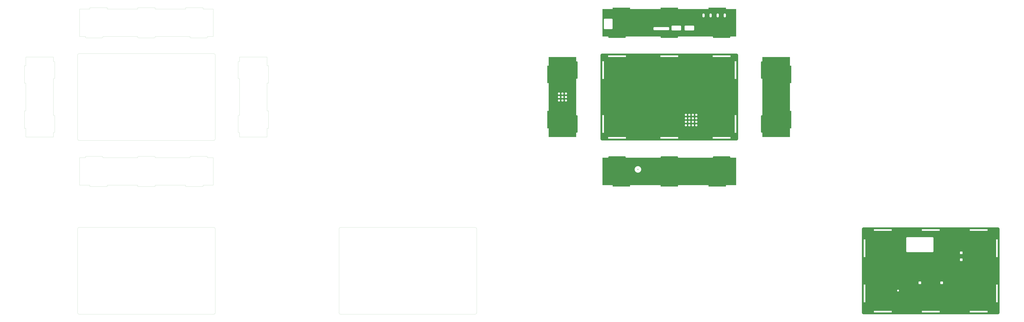
<source format=gbr>
%TF.GenerationSoftware,KiCad,Pcbnew,9.0.6-9.0.6~ubuntu24.04.1*%
%TF.CreationDate,2025-11-16T17:23:56+08:00*%
%TF.ProjectId,ksoloti_gills_panel,6b736f6c-6f74-4695-9f67-696c6c735f70,v0.6*%
%TF.SameCoordinates,Original*%
%TF.FileFunction,Copper,L1,Top*%
%TF.FilePolarity,Positive*%
%FSLAX46Y46*%
G04 Gerber Fmt 4.6, Leading zero omitted, Abs format (unit mm)*
G04 Created by KiCad (PCBNEW 9.0.6-9.0.6~ubuntu24.04.1) date 2025-11-16 17:23:56*
%MOMM*%
%LPD*%
G01*
G04 APERTURE LIST*
%TA.AperFunction,NonConductor*%
%ADD10C,0.250000*%
%TD*%
%TA.AperFunction,ComponentPad*%
%ADD11C,5.000000*%
%TD*%
%TA.AperFunction,ComponentPad*%
%ADD12C,13.000000*%
%TD*%
%TA.AperFunction,ComponentPad*%
%ADD13C,7.200000*%
%TD*%
%TA.AperFunction,ComponentPad*%
%ADD14C,18.000000*%
%TD*%
%TA.AperFunction,ComponentPad*%
%ADD15C,7.500000*%
%TD*%
%TA.AperFunction,ComponentPad*%
%ADD16C,8.000000*%
%TD*%
%TA.AperFunction,Conductor*%
%ADD17C,0.050000*%
%TD*%
%TA.AperFunction,Conductor*%
%ADD18C,0.100000*%
%TD*%
G04 APERTURE END LIST*
D10*
X14497800Y99942000D02*
G75*
G02*
X13497800Y99942000I-500000J0D01*
G01*
X13497800Y99942000D02*
G75*
G02*
X14497800Y99942000I500000J0D01*
G01*
D11*
%TO.P,,1,1*%
%TO.N,g*%
X-21002200Y202742000D03*
%TD*%
%TO.P,,1,1*%
%TO.N,g*%
X120997800Y202742000D03*
%TD*%
%TO.P,,1,1*%
%TO.N,g*%
X-21002200Y140742000D03*
%TD*%
%TO.P,,1,1*%
%TO.N,g*%
X120997800Y140742000D03*
%TD*%
D12*
%TO.P,REF\u002A\u002A,*%
%TO.N,g*%
X-3088011Y266342000D03*
%TD*%
%TO.P,REF\u002A\u002A,*%
%TO.N,g*%
X112911989Y266342000D03*
%TD*%
%TO.P,REF\u002A\u002A,*%
%TO.N,g*%
X-10002200Y99942000D03*
%TD*%
D13*
%TO.P,REF\u002A\u002A,*%
%TO.N,g*%
X53911989Y276992000D03*
%TD*%
D14*
%TO.P,REF\u002A\u002A,*%
%TO.N,g*%
X166697800Y185042000D03*
%TD*%
D13*
%TO.P,REF\u002A\u002A,*%
%TO.N,g*%
X73911989Y276992000D03*
%TD*%
D14*
%TO.P,REF\u002A\u002A,*%
%TO.N,g*%
X166697800Y165042000D03*
%TD*%
D12*
%TO.P,REF\u002A\u002A,*%
%TO.N,g*%
X94911989Y266342000D03*
%TD*%
D13*
%TO.P,REF\u002A\u002A,*%
%TO.N,g*%
X63911989Y276992000D03*
%TD*%
D12*
%TO.P,REF\u002A\u002A,*%
%TO.N,g*%
X14911989Y266342000D03*
%TD*%
D15*
%TO.P,REF\u002A\u002A,*%
%TO.N,g*%
X362500000Y-37500000D03*
%TD*%
D16*
%TO.P,REF\u002A\u002A,*%
%TO.N,g*%
X300000000Y0D03*
%TD*%
%TO.P,REF\u002A\u002A,*%
%TO.N,g*%
X325000000Y-50000000D03*
%TD*%
D11*
%TO.P,MH8,1,1*%
%TO.N,g*%
X380997800Y25742000D03*
%TD*%
D16*
%TO.P,REF\u002A\u002A,*%
%TO.N,g*%
X365000000Y-900000D03*
%TD*%
%TO.P,REF\u002A\u002A,*%
%TO.N,g*%
X400000000Y-50000000D03*
%TD*%
%TO.P,REF\u002A\u002A,*%
%TO.N,g*%
X375000000Y-25000000D03*
%TD*%
%TO.P,REF\u002A\u002A,*%
%TO.N,g*%
X350000000Y-25000000D03*
%TD*%
%TO.P,REF\u002A\u002A,*%
%TO.N,g*%
X300000000Y-50000000D03*
%TD*%
%TO.P,REF\u002A\u002A,*%
%TO.N,g*%
X325000000Y-25000000D03*
%TD*%
D15*
%TO.P,REF\u002A\u002A,*%
%TO.N,g*%
X350000000Y-9000000D03*
%TD*%
D16*
%TO.P,REF\u002A\u002A,*%
%TO.N,g*%
X400000000Y-25000000D03*
%TD*%
D11*
%TO.P,MH6,1,1*%
%TO.N,g*%
X278997800Y-59258000D03*
%TD*%
D15*
%TO.P,REF\u002A\u002A,*%
%TO.N,g*%
X325000000Y-9000000D03*
%TD*%
D16*
%TO.P,REF\u002A\u002A,*%
%TO.N,g*%
X350000000Y-50000000D03*
%TD*%
D11*
%TO.P,MH7,1,1*%
%TO.N,g*%
X420997800Y-59258000D03*
%TD*%
%TO.P,MH8,1,1*%
%TO.N,g*%
X420997800Y2742000D03*
%TD*%
D16*
%TO.P,REF\u002A\u002A,*%
%TO.N,g*%
X375000000Y-50000000D03*
%TD*%
D15*
%TO.P,REF\u002A\u002A,*%
%TO.N,g*%
X337500000Y-37500000D03*
%TD*%
D16*
%TO.P,REF\u002A\u002A,*%
%TO.N,g*%
X400000000Y0D03*
%TD*%
%TO.P,REF\u002A\u002A,*%
%TO.N,g*%
X300000000Y-25000000D03*
%TD*%
D11*
%TO.P,MH5,1,1*%
%TO.N,g*%
X278997800Y2742000D03*
%TD*%
D17*
%TO.N,*%
X-626702200Y81842000D02*
X-626702200Y113442000D01*
X-485002200Y81842000D02*
X-485002200Y80242000D01*
D18*
X-629002200Y-64758000D02*
X-629002200Y31242000D01*
D17*
X-560002200Y252242000D02*
X-560002200Y252842000D01*
D18*
X-627002200Y-66758000D02*
X-473002200Y-66758000D01*
D17*
X-541002200Y251242000D02*
X-559002200Y251242000D01*
X-690002200Y219242000D02*
X-688402200Y219242000D01*
X-560002200Y113442000D02*
X-600002200Y113442000D01*
X-444802200Y143242000D02*
X-444802200Y161242000D01*
X-688402200Y167242000D02*
X-688402200Y199242000D01*
X-600002200Y252842000D02*
X-560002200Y252842000D01*
X-690002200Y167242000D02*
X-688402200Y167242000D01*
X-480002200Y252842000D02*
X-473302200Y252842000D01*
D18*
X-471002200Y135242000D02*
X-471002200Y231242000D01*
D17*
X-485002200Y80242000D02*
X-505002200Y80242000D01*
X-656802200Y137242000D02*
X-688402200Y137242000D01*
X-410002200Y219242000D02*
X-410002200Y199242000D01*
X-443802200Y162242000D02*
X-443202200Y162242000D01*
X-473302200Y113442000D02*
X-473302200Y81842000D01*
X-615002200Y80242000D02*
X-615002200Y81842000D01*
X-540002200Y284442000D02*
X-505002200Y284442000D01*
D18*
X-473002200Y33242000D02*
X-627002200Y33242000D01*
D17*
X-656802200Y204242000D02*
X-656802200Y162242000D01*
X-485002200Y286042000D02*
X-485002200Y284442000D01*
X-601002200Y251242000D02*
X-619002200Y251242000D01*
X-688402200Y219242000D02*
X-688402200Y229242000D01*
X-626702200Y252842000D02*
X-626702200Y284442000D01*
X-688402200Y137242000D02*
X-688402200Y147242000D01*
X-560002200Y113442000D02*
X-560002200Y114042000D01*
X-540002200Y252842000D02*
X-500002200Y252842000D01*
X-540002200Y80242000D02*
X-560002200Y80242000D01*
D18*
X-627002200Y133242000D02*
X-473002200Y133242000D01*
X-173002200Y33242000D02*
X-327002200Y33242000D01*
D17*
X-540002200Y81842000D02*
X-540002200Y80242000D01*
X-410002200Y147242000D02*
X-411602200Y147242000D01*
X-540002200Y286042000D02*
X-540002200Y284442000D01*
X-505002200Y286042000D02*
X-485002200Y286042000D01*
X-620002200Y252842000D02*
X-626702200Y252842000D01*
X-690002200Y199242000D02*
X-690002200Y219242000D01*
X-595002200Y286042000D02*
X-595002200Y284442000D01*
X-443202200Y204242000D02*
X-443802200Y204242000D01*
X-656802200Y229242000D02*
X-688402200Y229242000D01*
X-444802200Y205242000D02*
X-444802200Y223242000D01*
X-500002200Y252242000D02*
X-500002200Y252842000D01*
D18*
X-629002200Y135242000D02*
X-629002200Y231242000D01*
D17*
X-410002200Y167242000D02*
X-410002200Y147242000D01*
X-410002200Y199242000D02*
X-411602200Y199242000D01*
X-620002200Y113442000D02*
X-620002200Y114042000D01*
X-595002200Y80242000D02*
X-615002200Y80242000D01*
X-656200000Y142242000D02*
X-656800000Y142242000D01*
X-688402200Y147242000D02*
X-690002200Y147242000D01*
D18*
X-171002200Y-64758000D02*
X-171002200Y31242000D01*
D17*
X-411602200Y147242000D02*
X-411602200Y137242000D01*
X-481002200Y251242000D02*
X-499002200Y251242000D01*
X-656802200Y162242000D02*
X-656202200Y162242000D01*
X-505002200Y81842000D02*
X-540002200Y81842000D01*
X-656802200Y224242000D02*
X-656202200Y224242000D01*
X-480002200Y114042000D02*
X-480002200Y113442000D01*
X-540002200Y114042000D02*
X-540002200Y113442000D01*
X-620002200Y113442000D02*
X-626702200Y113442000D01*
X-560002200Y80242000D02*
X-560002200Y81842000D01*
D18*
X-329002200Y-64758000D02*
X-329002200Y31242000D01*
D17*
X-500002200Y113442000D02*
X-540002200Y113442000D01*
X-499002200Y115042000D02*
X-481002200Y115042000D01*
X-411602200Y229242000D02*
X-411602200Y219242000D01*
X-443202200Y229242000D02*
X-411602200Y229242000D01*
X-560002200Y284442000D02*
X-560002200Y286042000D01*
X-480002200Y113442000D02*
X-473302200Y113442000D01*
X-626702200Y284442000D02*
X-615002200Y284442000D01*
X-540002200Y252842000D02*
X-540002200Y252242000D01*
X-656802200Y224242000D02*
X-656802200Y229242000D01*
X-505002200Y80242000D02*
X-505002200Y81842000D01*
X-443802200Y224242000D02*
X-443202200Y224242000D01*
X-615002200Y81842000D02*
X-626702200Y81842000D01*
X-505002200Y284442000D02*
X-505002200Y286042000D01*
X-443202200Y142242000D02*
X-443802200Y142242000D01*
X-595002200Y284442000D02*
X-560002200Y284442000D01*
X-411602200Y219242000D02*
X-410002200Y219242000D01*
X-560002200Y81842000D02*
X-595002200Y81842000D01*
X-560002200Y286042000D02*
X-540002200Y286042000D01*
X-480002200Y252842000D02*
X-480002200Y252242000D01*
X-600002200Y252842000D02*
X-600002200Y252242000D01*
X-655200000Y161242000D02*
X-655200000Y143242000D01*
X-443202200Y162242000D02*
X-443202200Y204242000D01*
X-656202200Y204242000D02*
X-656802200Y204242000D01*
X-411602200Y199242000D02*
X-411602200Y167242000D01*
X-615002200Y284442000D02*
X-615002200Y286042000D01*
X-443202200Y137242000D02*
X-411602200Y137242000D01*
X-655202200Y223242000D02*
X-655202200Y205242000D01*
X-473302200Y284442000D02*
X-473302200Y252842000D01*
D18*
X-473002200Y233242000D02*
X-627002200Y233242000D01*
D17*
X-443202200Y142242000D02*
X-443202200Y137242000D01*
X-411602200Y167242000D02*
X-410002200Y167242000D01*
D18*
X-327002200Y-66758000D02*
X-173002200Y-66758000D01*
D17*
X-615002200Y286042000D02*
X-595002200Y286042000D01*
X-559002200Y115042000D02*
X-541002200Y115042000D01*
X-443202200Y224242000D02*
X-443202200Y229242000D01*
X-600002200Y114042000D02*
X-600002200Y113442000D01*
D18*
X-471002200Y-64758000D02*
X-471002200Y31242000D01*
D17*
X-485002200Y284442000D02*
X-473302200Y284442000D01*
X-620002200Y252242000D02*
X-620002200Y252842000D01*
X-473302200Y81842000D02*
X-485002200Y81842000D01*
X-595002200Y81842000D02*
X-595002200Y80242000D01*
X-656802200Y142242000D02*
X-656802200Y137242000D01*
X-619002200Y115042000D02*
X-601002200Y115042000D01*
X-688402200Y199242000D02*
X-690002200Y199242000D01*
X-690002200Y147242000D02*
X-690002200Y167242000D01*
X-500002200Y113442000D02*
X-500002200Y114042000D01*
X-499002200Y251242000D02*
G75*
G02*
X-500002200Y252242000I56J1000056D01*
G01*
D18*
X-629002200Y31242000D02*
G75*
G02*
X-627002200Y33242000I2000019J-19D01*
G01*
D17*
X-444802200Y161242000D02*
G75*
G02*
X-443802200Y162242000I1000020J-20D01*
G01*
D18*
X-627002200Y133242000D02*
G75*
G02*
X-629002200Y135242000I55J2000055D01*
G01*
D17*
X-656200000Y162242000D02*
G75*
G02*
X-655200000Y161242000I54J-999946D01*
G01*
X-540002200Y252242000D02*
G75*
G02*
X-541002200Y251242000I-999979J-21D01*
G01*
X-444802200Y223242000D02*
G75*
G02*
X-443802200Y224242000I1000020J-20D01*
G01*
X-620002200Y114042000D02*
G75*
G02*
X-619002200Y115042000I999950J50D01*
G01*
D18*
X-473002200Y233242000D02*
G75*
G02*
X-471002200Y231242000I61J-1999939D01*
G01*
X-473002200Y33242000D02*
G75*
G02*
X-471002200Y31242000I61J-1999939D01*
G01*
D17*
X-541002200Y115042000D02*
G75*
G02*
X-540002200Y114042000I54J-999946D01*
G01*
X-560002200Y114042000D02*
G75*
G02*
X-559002200Y115042000I999950J50D01*
G01*
D18*
X-329002200Y31242000D02*
G75*
G02*
X-327002200Y33242000I2000019J-19D01*
G01*
D17*
X-601002200Y115042000D02*
G75*
G02*
X-600002200Y114042000I54J-999946D01*
G01*
D18*
X-173002200Y33242000D02*
G75*
G02*
X-171002200Y31242000I61J-1999939D01*
G01*
D17*
X-600002200Y252242000D02*
G75*
G02*
X-601002200Y251242000I-999979J-21D01*
G01*
D18*
X-471002200Y135242000D02*
G75*
G02*
X-473002200Y133242000I-2000051J51D01*
G01*
D17*
X-443802200Y142242000D02*
G75*
G02*
X-444802200Y143242000I56J1000056D01*
G01*
X-443802200Y204242000D02*
G75*
G02*
X-444802200Y205242000I56J1000056D01*
G01*
X-559002200Y251242000D02*
G75*
G02*
X-560002200Y252242000I56J1000056D01*
G01*
X-656202200Y224242000D02*
G75*
G02*
X-655202200Y223242000I54J-999946D01*
G01*
D18*
X-471002200Y-64758000D02*
G75*
G02*
X-473002200Y-66758000I-2000051J51D01*
G01*
D17*
X-500002200Y114042000D02*
G75*
G02*
X-499002200Y115042000I999950J50D01*
G01*
X-655202200Y205242000D02*
G75*
G02*
X-656202200Y204242000I-999979J-21D01*
G01*
X-481002200Y115042000D02*
G75*
G02*
X-480002200Y114042000I54J-999946D01*
G01*
X-619002200Y251242000D02*
G75*
G02*
X-620002200Y252242000I56J1000056D01*
G01*
D18*
X-171002200Y-64758000D02*
G75*
G02*
X-173002200Y-66758000I-2000051J51D01*
G01*
X-629002200Y231242000D02*
G75*
G02*
X-627002200Y233242000I2000019J-19D01*
G01*
D17*
X-655200000Y143242000D02*
G75*
G02*
X-656200000Y142242000I-999979J-21D01*
G01*
D18*
X-327002200Y-66758000D02*
G75*
G02*
X-329002200Y-64758000I55J2000055D01*
G01*
X-627002200Y-66758000D02*
G75*
G02*
X-629002200Y-64758000I55J2000055D01*
G01*
D17*
X-480002200Y252242000D02*
G75*
G02*
X-481002200Y251242000I-999979J-21D01*
G01*
%TD*%
%TA.AperFunction,Conductor*%
%TO.N,g*%
G36*
X126998258Y233241470D02*
G01*
X127234862Y233225976D01*
X127235938Y233225864D01*
X127291613Y233217863D01*
X127292353Y233217736D01*
X127499458Y233176551D01*
X127500671Y233176253D01*
X127546565Y233162779D01*
X127547121Y233162603D01*
X127755970Y233091719D01*
X127757285Y233091197D01*
X127783259Y233079336D01*
X127783636Y233079157D01*
X127996757Y232974067D01*
X127998343Y232973152D01*
X128214298Y232828863D01*
X128215751Y232827748D01*
X128411019Y232656507D01*
X128412314Y232655212D01*
X128583557Y232459946D01*
X128584672Y232458493D01*
X128728964Y232242540D01*
X128729879Y232240954D01*
X128834968Y232027843D01*
X128835147Y232027467D01*
X128847013Y232001483D01*
X128847535Y232000167D01*
X128918421Y231791322D01*
X128918597Y231790766D01*
X128932072Y231744870D01*
X128932370Y231743657D01*
X128973557Y231536548D01*
X128973684Y231535809D01*
X128981685Y231480144D01*
X128981797Y231479067D01*
X128997270Y231242811D01*
X128997300Y231241896D01*
X128997300Y135242458D01*
X128997270Y135241542D01*
X128981880Y135006787D01*
X128981768Y135005711D01*
X128973122Y134945572D01*
X128972995Y134944833D01*
X128932634Y134741926D01*
X128932336Y134740713D01*
X128917442Y134689990D01*
X128917266Y134689434D01*
X128847937Y134485196D01*
X128847415Y134483880D01*
X128832958Y134452224D01*
X128832779Y134451848D01*
X128729822Y134243069D01*
X128728907Y134241483D01*
X128584617Y134025534D01*
X128583502Y134024081D01*
X128412263Y133828816D01*
X128410968Y133827521D01*
X128215703Y133656274D01*
X128214250Y133655160D01*
X127998309Y133510867D01*
X127996736Y133509959D01*
X127815071Y133420367D01*
X127787956Y133406995D01*
X127787580Y133406816D01*
X127755910Y133392352D01*
X127754596Y133391830D01*
X127550349Y133322493D01*
X127549842Y133322332D01*
X127499059Y133307419D01*
X127497892Y133307132D01*
X127294927Y133266755D01*
X127294221Y133266635D01*
X127234066Y133257984D01*
X127233056Y133257878D01*
X126999000Y133242530D01*
X126998084Y133242500D01*
X-27001742Y133242500D01*
X-27002658Y133242530D01*
X-27238376Y133257984D01*
X-27239405Y133258092D01*
X-27297331Y133266422D01*
X-27297987Y133266534D01*
X-27503069Y133307329D01*
X-27504227Y133307614D01*
X-27552641Y133321830D01*
X-27553096Y133321974D01*
X-27759682Y133392105D01*
X-27760962Y133392613D01*
X-27789839Y133405801D01*
X-27790110Y133405930D01*
X-28001130Y133509995D01*
X-28002690Y133510896D01*
X-28218641Y133655193D01*
X-28220083Y133656299D01*
X-28415366Y133827561D01*
X-28416632Y133828827D01*
X-28587890Y134024111D01*
X-28588992Y134025546D01*
X-28733293Y134241508D01*
X-28734198Y134243078D01*
X-28838275Y134454125D01*
X-28838364Y134454313D01*
X-28851579Y134483249D01*
X-28852079Y134484510D01*
X-28922213Y134691119D01*
X-28922364Y134691594D01*
X-28936565Y134739959D01*
X-28936850Y134741119D01*
X-28977646Y134946207D01*
X-28977752Y134946825D01*
X-28986090Y135004815D01*
X-28986197Y135005851D01*
X-29001671Y135241911D01*
X-29001700Y135242821D01*
X-29001700Y137242208D01*
X-20202700Y137242208D01*
X-20202700Y135341792D01*
X-20202408Y135341500D01*
X-20202407Y135341500D01*
X198008Y135341500D01*
X198300Y135341792D01*
X198300Y137242208D01*
X39797300Y137242208D01*
X39797300Y135341792D01*
X39797592Y135341500D01*
X39797593Y135341500D01*
X60198008Y135341500D01*
X60198300Y135341792D01*
X60198300Y137242208D01*
X99797300Y137242208D01*
X99797300Y135341792D01*
X99797592Y135341500D01*
X99797593Y135341500D01*
X120198008Y135341500D01*
X120198300Y135341792D01*
X120198300Y137242208D01*
X120198008Y137242500D01*
X120198007Y137242500D01*
X99798007Y137242500D01*
X99797593Y137242500D01*
X99797592Y137242500D01*
X99797300Y137242208D01*
X60198300Y137242208D01*
X60198008Y137242500D01*
X60198007Y137242500D01*
X39798007Y137242500D01*
X39797593Y137242500D01*
X39797592Y137242500D01*
X39797300Y137242208D01*
X198300Y137242208D01*
X198008Y137242500D01*
X198007Y137242500D01*
X-20201993Y137242500D01*
X-20202407Y137242500D01*
X-20202408Y137242500D01*
X-20202700Y137242208D01*
X-29001700Y137242208D01*
X-29001700Y162442208D01*
X-26902700Y162442208D01*
X-26902700Y142041792D01*
X-26902408Y142041500D01*
X-26902407Y142041500D01*
X-25001992Y142041500D01*
X-25001700Y142041792D01*
X-25001700Y150840416D01*
X67747300Y150840416D01*
X67747300Y150643583D01*
X67778091Y150449173D01*
X67838916Y150261972D01*
X67928274Y150086598D01*
X67928284Y150086582D01*
X68043970Y149927355D01*
X68043977Y149927347D01*
X68183147Y149788177D01*
X68183155Y149788170D01*
X68342382Y149672484D01*
X68342398Y149672474D01*
X68517772Y149583116D01*
X68704973Y149522291D01*
X68899383Y149491500D01*
X69096217Y149491500D01*
X69290626Y149522291D01*
X69477827Y149583116D01*
X69653201Y149672474D01*
X69653205Y149672476D01*
X69653209Y149672479D01*
X69653217Y149672484D01*
X69812444Y149788170D01*
X69812452Y149788177D01*
X69951622Y149927347D01*
X69951629Y149927355D01*
X70067315Y150086582D01*
X70067317Y150086586D01*
X70067324Y150086595D01*
X70112004Y150174285D01*
X70156683Y150261972D01*
X70156684Y150261975D01*
X70217509Y150449174D01*
X70248300Y150643583D01*
X70248300Y150840416D01*
X71747300Y150840416D01*
X71747300Y150643583D01*
X71778091Y150449173D01*
X71838916Y150261972D01*
X71928274Y150086598D01*
X71928284Y150086582D01*
X72043970Y149927355D01*
X72043977Y149927347D01*
X72183147Y149788177D01*
X72183155Y149788170D01*
X72342382Y149672484D01*
X72342398Y149672474D01*
X72517772Y149583116D01*
X72704973Y149522291D01*
X72899383Y149491500D01*
X73096217Y149491500D01*
X73290626Y149522291D01*
X73477827Y149583116D01*
X73653201Y149672474D01*
X73653205Y149672476D01*
X73653209Y149672479D01*
X73653217Y149672484D01*
X73812444Y149788170D01*
X73812452Y149788177D01*
X73951622Y149927347D01*
X73951629Y149927355D01*
X74067315Y150086582D01*
X74067317Y150086586D01*
X74067324Y150086595D01*
X74112004Y150174285D01*
X74156683Y150261972D01*
X74156684Y150261975D01*
X74217509Y150449174D01*
X74248300Y150643583D01*
X74248300Y150840416D01*
X75747300Y150840416D01*
X75747300Y150643583D01*
X75778091Y150449173D01*
X75838916Y150261972D01*
X75928274Y150086598D01*
X75928284Y150086582D01*
X76043970Y149927355D01*
X76043977Y149927347D01*
X76183147Y149788177D01*
X76183155Y149788170D01*
X76342382Y149672484D01*
X76342398Y149672474D01*
X76517772Y149583116D01*
X76704973Y149522291D01*
X76899383Y149491500D01*
X77096217Y149491500D01*
X77290626Y149522291D01*
X77477827Y149583116D01*
X77653201Y149672474D01*
X77653205Y149672476D01*
X77653209Y149672479D01*
X77653217Y149672484D01*
X77812444Y149788170D01*
X77812452Y149788177D01*
X77951622Y149927347D01*
X77951629Y149927355D01*
X78067315Y150086582D01*
X78067317Y150086586D01*
X78067324Y150086595D01*
X78112004Y150174285D01*
X78156683Y150261972D01*
X78156684Y150261975D01*
X78217509Y150449174D01*
X78248300Y150643583D01*
X78248300Y150840416D01*
X79747300Y150840416D01*
X79747300Y150643583D01*
X79778091Y150449173D01*
X79838916Y150261972D01*
X79928274Y150086598D01*
X79928284Y150086582D01*
X80043970Y149927355D01*
X80043977Y149927347D01*
X80183147Y149788177D01*
X80183155Y149788170D01*
X80342382Y149672484D01*
X80342398Y149672474D01*
X80517772Y149583116D01*
X80704973Y149522291D01*
X80899383Y149491500D01*
X81096217Y149491500D01*
X81290626Y149522291D01*
X81477827Y149583116D01*
X81653201Y149672474D01*
X81653205Y149672476D01*
X81653209Y149672479D01*
X81653217Y149672484D01*
X81812444Y149788170D01*
X81812452Y149788177D01*
X81951622Y149927347D01*
X81951629Y149927355D01*
X82067315Y150086582D01*
X82067317Y150086586D01*
X82067324Y150086595D01*
X82112004Y150174285D01*
X82156683Y150261972D01*
X82156684Y150261975D01*
X82217509Y150449174D01*
X82248300Y150643583D01*
X82248300Y150840417D01*
X82217509Y151034826D01*
X82156684Y151222025D01*
X82067324Y151397405D01*
X81951628Y151556646D01*
X81812446Y151695828D01*
X81653205Y151811524D01*
X81477825Y151900884D01*
X81290626Y151961709D01*
X81096217Y151992500D01*
X80899383Y151992500D01*
X80704974Y151961709D01*
X80517775Y151900884D01*
X80517772Y151900883D01*
X80430085Y151856204D01*
X80342395Y151811524D01*
X80342386Y151811517D01*
X80342382Y151811515D01*
X80183155Y151695829D01*
X80183147Y151695822D01*
X80043977Y151556652D01*
X80043970Y151556644D01*
X79928284Y151397417D01*
X79928274Y151397401D01*
X79838916Y151222027D01*
X79778091Y151034826D01*
X79747300Y150840416D01*
X78248300Y150840416D01*
X78248300Y150840417D01*
X78217509Y151034826D01*
X78156684Y151222025D01*
X78067324Y151397405D01*
X77951628Y151556646D01*
X77812446Y151695828D01*
X77653205Y151811524D01*
X77477825Y151900884D01*
X77290626Y151961709D01*
X77096217Y151992500D01*
X76899383Y151992500D01*
X76704974Y151961709D01*
X76517775Y151900884D01*
X76517772Y151900883D01*
X76430085Y151856204D01*
X76342395Y151811524D01*
X76342386Y151811517D01*
X76342382Y151811515D01*
X76183155Y151695829D01*
X76183147Y151695822D01*
X76043977Y151556652D01*
X76043970Y151556644D01*
X75928284Y151397417D01*
X75928274Y151397401D01*
X75838916Y151222027D01*
X75778091Y151034826D01*
X75747300Y150840416D01*
X74248300Y150840416D01*
X74248300Y150840417D01*
X74217509Y151034826D01*
X74156684Y151222025D01*
X74067324Y151397405D01*
X73951628Y151556646D01*
X73812446Y151695828D01*
X73653205Y151811524D01*
X73477825Y151900884D01*
X73290626Y151961709D01*
X73096217Y151992500D01*
X72899383Y151992500D01*
X72704974Y151961709D01*
X72517775Y151900884D01*
X72517772Y151900883D01*
X72430085Y151856204D01*
X72342395Y151811524D01*
X72342386Y151811517D01*
X72342382Y151811515D01*
X72183155Y151695829D01*
X72183147Y151695822D01*
X72043977Y151556652D01*
X72043970Y151556644D01*
X71928284Y151397417D01*
X71928274Y151397401D01*
X71838916Y151222027D01*
X71778091Y151034826D01*
X71747300Y150840416D01*
X70248300Y150840416D01*
X70248300Y150840417D01*
X70217509Y151034826D01*
X70156684Y151222025D01*
X70067324Y151397405D01*
X69951628Y151556646D01*
X69812446Y151695828D01*
X69653205Y151811524D01*
X69477825Y151900884D01*
X69290626Y151961709D01*
X69096217Y151992500D01*
X68899383Y151992500D01*
X68704974Y151961709D01*
X68517775Y151900884D01*
X68517772Y151900883D01*
X68430085Y151856204D01*
X68342395Y151811524D01*
X68342386Y151811517D01*
X68342382Y151811515D01*
X68183155Y151695829D01*
X68183147Y151695822D01*
X68043977Y151556652D01*
X68043970Y151556644D01*
X67928284Y151397417D01*
X67928274Y151397401D01*
X67838916Y151222027D01*
X67778091Y151034826D01*
X67747300Y150840416D01*
X-25001700Y150840416D01*
X-25001700Y154840416D01*
X67747300Y154840416D01*
X67747300Y154643583D01*
X67778091Y154449173D01*
X67838916Y154261972D01*
X67928274Y154086598D01*
X67928284Y154086582D01*
X68043970Y153927355D01*
X68043977Y153927347D01*
X68183147Y153788177D01*
X68183155Y153788170D01*
X68342382Y153672484D01*
X68342398Y153672474D01*
X68517772Y153583116D01*
X68704973Y153522291D01*
X68899383Y153491500D01*
X69096217Y153491500D01*
X69290626Y153522291D01*
X69477827Y153583116D01*
X69653201Y153672474D01*
X69653205Y153672476D01*
X69653209Y153672479D01*
X69653217Y153672484D01*
X69812444Y153788170D01*
X69812452Y153788177D01*
X69951622Y153927347D01*
X69951629Y153927355D01*
X70067315Y154086582D01*
X70067317Y154086586D01*
X70067324Y154086595D01*
X70112004Y154174285D01*
X70156683Y154261972D01*
X70156684Y154261975D01*
X70217509Y154449174D01*
X70248300Y154643583D01*
X70248300Y154840416D01*
X71747300Y154840416D01*
X71747300Y154643583D01*
X71778091Y154449173D01*
X71838916Y154261972D01*
X71928274Y154086598D01*
X71928284Y154086582D01*
X72043970Y153927355D01*
X72043977Y153927347D01*
X72183147Y153788177D01*
X72183155Y153788170D01*
X72342382Y153672484D01*
X72342398Y153672474D01*
X72517772Y153583116D01*
X72704973Y153522291D01*
X72899383Y153491500D01*
X73096217Y153491500D01*
X73290626Y153522291D01*
X73477827Y153583116D01*
X73653201Y153672474D01*
X73653205Y153672476D01*
X73653209Y153672479D01*
X73653217Y153672484D01*
X73812444Y153788170D01*
X73812452Y153788177D01*
X73951622Y153927347D01*
X73951629Y153927355D01*
X74067315Y154086582D01*
X74067317Y154086586D01*
X74067324Y154086595D01*
X74112004Y154174285D01*
X74156683Y154261972D01*
X74156684Y154261975D01*
X74217509Y154449174D01*
X74248300Y154643583D01*
X74248300Y154840416D01*
X75747300Y154840416D01*
X75747300Y154643583D01*
X75778091Y154449173D01*
X75838916Y154261972D01*
X75928274Y154086598D01*
X75928284Y154086582D01*
X76043970Y153927355D01*
X76043977Y153927347D01*
X76183147Y153788177D01*
X76183155Y153788170D01*
X76342382Y153672484D01*
X76342398Y153672474D01*
X76517772Y153583116D01*
X76704973Y153522291D01*
X76899383Y153491500D01*
X77096217Y153491500D01*
X77290626Y153522291D01*
X77477827Y153583116D01*
X77653201Y153672474D01*
X77653205Y153672476D01*
X77653209Y153672479D01*
X77653217Y153672484D01*
X77812444Y153788170D01*
X77812452Y153788177D01*
X77951622Y153927347D01*
X77951629Y153927355D01*
X78067315Y154086582D01*
X78067317Y154086586D01*
X78067324Y154086595D01*
X78112004Y154174285D01*
X78156683Y154261972D01*
X78156684Y154261975D01*
X78217509Y154449174D01*
X78248300Y154643583D01*
X78248300Y154840416D01*
X79747300Y154840416D01*
X79747300Y154643583D01*
X79778091Y154449173D01*
X79838916Y154261972D01*
X79928274Y154086598D01*
X79928284Y154086582D01*
X80043970Y153927355D01*
X80043977Y153927347D01*
X80183147Y153788177D01*
X80183155Y153788170D01*
X80342382Y153672484D01*
X80342398Y153672474D01*
X80517772Y153583116D01*
X80704973Y153522291D01*
X80899383Y153491500D01*
X81096217Y153491500D01*
X81290626Y153522291D01*
X81477827Y153583116D01*
X81653201Y153672474D01*
X81653205Y153672476D01*
X81653209Y153672479D01*
X81653217Y153672484D01*
X81812444Y153788170D01*
X81812452Y153788177D01*
X81951622Y153927347D01*
X81951629Y153927355D01*
X82067315Y154086582D01*
X82067317Y154086586D01*
X82067324Y154086595D01*
X82112004Y154174285D01*
X82156683Y154261972D01*
X82156684Y154261975D01*
X82217509Y154449174D01*
X82248300Y154643583D01*
X82248300Y154840417D01*
X82217509Y155034826D01*
X82156684Y155222025D01*
X82067324Y155397405D01*
X81951628Y155556646D01*
X81812446Y155695828D01*
X81653205Y155811524D01*
X81477825Y155900884D01*
X81290626Y155961709D01*
X81096217Y155992500D01*
X80899383Y155992500D01*
X80704974Y155961709D01*
X80517775Y155900884D01*
X80517772Y155900883D01*
X80430085Y155856204D01*
X80342395Y155811524D01*
X80342386Y155811517D01*
X80342382Y155811515D01*
X80183155Y155695829D01*
X80183147Y155695822D01*
X80043977Y155556652D01*
X80043970Y155556644D01*
X79928284Y155397417D01*
X79928274Y155397401D01*
X79838916Y155222027D01*
X79778091Y155034826D01*
X79747300Y154840416D01*
X78248300Y154840416D01*
X78248300Y154840417D01*
X78217509Y155034826D01*
X78156684Y155222025D01*
X78067324Y155397405D01*
X77951628Y155556646D01*
X77812446Y155695828D01*
X77653205Y155811524D01*
X77477825Y155900884D01*
X77290626Y155961709D01*
X77096217Y155992500D01*
X76899383Y155992500D01*
X76704974Y155961709D01*
X76517775Y155900884D01*
X76517772Y155900883D01*
X76430085Y155856204D01*
X76342395Y155811524D01*
X76342386Y155811517D01*
X76342382Y155811515D01*
X76183155Y155695829D01*
X76183147Y155695822D01*
X76043977Y155556652D01*
X76043970Y155556644D01*
X75928284Y155397417D01*
X75928274Y155397401D01*
X75838916Y155222027D01*
X75778091Y155034826D01*
X75747300Y154840416D01*
X74248300Y154840416D01*
X74248300Y154840417D01*
X74217509Y155034826D01*
X74156684Y155222025D01*
X74067324Y155397405D01*
X73951628Y155556646D01*
X73812446Y155695828D01*
X73653205Y155811524D01*
X73477825Y155900884D01*
X73290626Y155961709D01*
X73096217Y155992500D01*
X72899383Y155992500D01*
X72704974Y155961709D01*
X72517775Y155900884D01*
X72517772Y155900883D01*
X72430085Y155856204D01*
X72342395Y155811524D01*
X72342386Y155811517D01*
X72342382Y155811515D01*
X72183155Y155695829D01*
X72183147Y155695822D01*
X72043977Y155556652D01*
X72043970Y155556644D01*
X71928284Y155397417D01*
X71928274Y155397401D01*
X71838916Y155222027D01*
X71778091Y155034826D01*
X71747300Y154840416D01*
X70248300Y154840416D01*
X70248300Y154840417D01*
X70217509Y155034826D01*
X70156684Y155222025D01*
X70067324Y155397405D01*
X69951628Y155556646D01*
X69812446Y155695828D01*
X69653205Y155811524D01*
X69477825Y155900884D01*
X69290626Y155961709D01*
X69096217Y155992500D01*
X68899383Y155992500D01*
X68704974Y155961709D01*
X68517775Y155900884D01*
X68517772Y155900883D01*
X68430085Y155856204D01*
X68342395Y155811524D01*
X68342386Y155811517D01*
X68342382Y155811515D01*
X68183155Y155695829D01*
X68183147Y155695822D01*
X68043977Y155556652D01*
X68043970Y155556644D01*
X67928284Y155397417D01*
X67928274Y155397401D01*
X67838916Y155222027D01*
X67778091Y155034826D01*
X67747300Y154840416D01*
X-25001700Y154840416D01*
X-25001700Y158840416D01*
X67747300Y158840416D01*
X67747300Y158643583D01*
X67778091Y158449173D01*
X67838916Y158261972D01*
X67928274Y158086598D01*
X67928284Y158086582D01*
X68043970Y157927355D01*
X68043977Y157927347D01*
X68183147Y157788177D01*
X68183155Y157788170D01*
X68342382Y157672484D01*
X68342398Y157672474D01*
X68517772Y157583116D01*
X68704973Y157522291D01*
X68899383Y157491500D01*
X69096217Y157491500D01*
X69290626Y157522291D01*
X69477827Y157583116D01*
X69653201Y157672474D01*
X69653205Y157672476D01*
X69653209Y157672479D01*
X69653217Y157672484D01*
X69812444Y157788170D01*
X69812452Y157788177D01*
X69951622Y157927347D01*
X69951629Y157927355D01*
X70067315Y158086582D01*
X70067317Y158086586D01*
X70067324Y158086595D01*
X70112004Y158174285D01*
X70156683Y158261972D01*
X70156684Y158261975D01*
X70217509Y158449174D01*
X70248300Y158643583D01*
X70248300Y158840416D01*
X71747300Y158840416D01*
X71747300Y158643583D01*
X71778091Y158449173D01*
X71838916Y158261972D01*
X71928274Y158086598D01*
X71928284Y158086582D01*
X72043970Y157927355D01*
X72043977Y157927347D01*
X72183147Y157788177D01*
X72183155Y157788170D01*
X72342382Y157672484D01*
X72342398Y157672474D01*
X72517772Y157583116D01*
X72704973Y157522291D01*
X72899383Y157491500D01*
X73096217Y157491500D01*
X73290626Y157522291D01*
X73477827Y157583116D01*
X73653201Y157672474D01*
X73653205Y157672476D01*
X73653209Y157672479D01*
X73653217Y157672484D01*
X73812444Y157788170D01*
X73812452Y157788177D01*
X73951622Y157927347D01*
X73951629Y157927355D01*
X74067315Y158086582D01*
X74067317Y158086586D01*
X74067324Y158086595D01*
X74112004Y158174285D01*
X74156683Y158261972D01*
X74156684Y158261975D01*
X74217509Y158449174D01*
X74248300Y158643583D01*
X74248300Y158840416D01*
X75747300Y158840416D01*
X75747300Y158643583D01*
X75778091Y158449173D01*
X75838916Y158261972D01*
X75928274Y158086598D01*
X75928284Y158086582D01*
X76043970Y157927355D01*
X76043977Y157927347D01*
X76183147Y157788177D01*
X76183155Y157788170D01*
X76342382Y157672484D01*
X76342398Y157672474D01*
X76517772Y157583116D01*
X76704973Y157522291D01*
X76899383Y157491500D01*
X77096217Y157491500D01*
X77290626Y157522291D01*
X77477827Y157583116D01*
X77653201Y157672474D01*
X77653205Y157672476D01*
X77653209Y157672479D01*
X77653217Y157672484D01*
X77812444Y157788170D01*
X77812452Y157788177D01*
X77951622Y157927347D01*
X77951629Y157927355D01*
X78067315Y158086582D01*
X78067317Y158086586D01*
X78067324Y158086595D01*
X78112004Y158174285D01*
X78156683Y158261972D01*
X78156684Y158261975D01*
X78217509Y158449174D01*
X78248300Y158643583D01*
X78248300Y158840416D01*
X79747300Y158840416D01*
X79747300Y158643583D01*
X79778091Y158449173D01*
X79838916Y158261972D01*
X79928274Y158086598D01*
X79928284Y158086582D01*
X80043970Y157927355D01*
X80043977Y157927347D01*
X80183147Y157788177D01*
X80183155Y157788170D01*
X80342382Y157672484D01*
X80342398Y157672474D01*
X80517772Y157583116D01*
X80704973Y157522291D01*
X80899383Y157491500D01*
X81096217Y157491500D01*
X81290626Y157522291D01*
X81477827Y157583116D01*
X81653201Y157672474D01*
X81653205Y157672476D01*
X81653209Y157672479D01*
X81653217Y157672484D01*
X81812444Y157788170D01*
X81812452Y157788177D01*
X81951622Y157927347D01*
X81951629Y157927355D01*
X82067315Y158086582D01*
X82067317Y158086586D01*
X82067324Y158086595D01*
X82112004Y158174285D01*
X82156683Y158261972D01*
X82156684Y158261975D01*
X82217509Y158449174D01*
X82248300Y158643583D01*
X82248300Y158840417D01*
X82217509Y159034826D01*
X82156684Y159222025D01*
X82067324Y159397405D01*
X81951628Y159556646D01*
X81812446Y159695828D01*
X81653205Y159811524D01*
X81477825Y159900884D01*
X81290626Y159961709D01*
X81096217Y159992500D01*
X80899383Y159992500D01*
X80704974Y159961709D01*
X80517775Y159900884D01*
X80517772Y159900883D01*
X80430085Y159856204D01*
X80342395Y159811524D01*
X80342386Y159811517D01*
X80342382Y159811515D01*
X80183155Y159695829D01*
X80183147Y159695822D01*
X80043977Y159556652D01*
X80043970Y159556644D01*
X79928284Y159397417D01*
X79928274Y159397401D01*
X79838916Y159222027D01*
X79778091Y159034826D01*
X79747300Y158840416D01*
X78248300Y158840416D01*
X78248300Y158840417D01*
X78217509Y159034826D01*
X78156684Y159222025D01*
X78067324Y159397405D01*
X77951628Y159556646D01*
X77812446Y159695828D01*
X77653205Y159811524D01*
X77477825Y159900884D01*
X77290626Y159961709D01*
X77096217Y159992500D01*
X76899383Y159992500D01*
X76704974Y159961709D01*
X76517775Y159900884D01*
X76517772Y159900883D01*
X76430085Y159856204D01*
X76342395Y159811524D01*
X76342386Y159811517D01*
X76342382Y159811515D01*
X76183155Y159695829D01*
X76183147Y159695822D01*
X76043977Y159556652D01*
X76043970Y159556644D01*
X75928284Y159397417D01*
X75928274Y159397401D01*
X75838916Y159222027D01*
X75778091Y159034826D01*
X75747300Y158840416D01*
X74248300Y158840416D01*
X74248300Y158840417D01*
X74217509Y159034826D01*
X74156684Y159222025D01*
X74067324Y159397405D01*
X73951628Y159556646D01*
X73812446Y159695828D01*
X73653205Y159811524D01*
X73477825Y159900884D01*
X73290626Y159961709D01*
X73096217Y159992500D01*
X72899383Y159992500D01*
X72704974Y159961709D01*
X72517775Y159900884D01*
X72517772Y159900883D01*
X72430085Y159856204D01*
X72342395Y159811524D01*
X72342386Y159811517D01*
X72342382Y159811515D01*
X72183155Y159695829D01*
X72183147Y159695822D01*
X72043977Y159556652D01*
X72043970Y159556644D01*
X71928284Y159397417D01*
X71928274Y159397401D01*
X71838916Y159222027D01*
X71778091Y159034826D01*
X71747300Y158840416D01*
X70248300Y158840416D01*
X70248300Y158840417D01*
X70217509Y159034826D01*
X70156684Y159222025D01*
X70067324Y159397405D01*
X69951628Y159556646D01*
X69812446Y159695828D01*
X69653205Y159811524D01*
X69477825Y159900884D01*
X69290626Y159961709D01*
X69096217Y159992500D01*
X68899383Y159992500D01*
X68704974Y159961709D01*
X68517775Y159900884D01*
X68517772Y159900883D01*
X68430085Y159856204D01*
X68342395Y159811524D01*
X68342386Y159811517D01*
X68342382Y159811515D01*
X68183155Y159695829D01*
X68183147Y159695822D01*
X68043977Y159556652D01*
X68043970Y159556644D01*
X67928284Y159397417D01*
X67928274Y159397401D01*
X67838916Y159222027D01*
X67778091Y159034826D01*
X67747300Y158840416D01*
X-25001700Y158840416D01*
X-25001700Y162442208D01*
X-25001992Y162442500D01*
X-25001993Y162442500D01*
X-26901993Y162442500D01*
X-26902407Y162442500D01*
X-26902408Y162442500D01*
X-26902700Y162442208D01*
X-29001700Y162442208D01*
X-29001700Y162840416D01*
X67747300Y162840416D01*
X67747300Y162643583D01*
X67778091Y162449173D01*
X67838916Y162261972D01*
X67928274Y162086598D01*
X67928284Y162086582D01*
X68043970Y161927355D01*
X68043977Y161927347D01*
X68183147Y161788177D01*
X68183155Y161788170D01*
X68342382Y161672484D01*
X68342398Y161672474D01*
X68517772Y161583116D01*
X68704973Y161522291D01*
X68899383Y161491500D01*
X69096217Y161491500D01*
X69290626Y161522291D01*
X69477827Y161583116D01*
X69653201Y161672474D01*
X69653205Y161672476D01*
X69653209Y161672479D01*
X69653217Y161672484D01*
X69812444Y161788170D01*
X69812452Y161788177D01*
X69951622Y161927347D01*
X69951629Y161927355D01*
X70067315Y162086582D01*
X70067317Y162086586D01*
X70067324Y162086595D01*
X70112004Y162174285D01*
X70156683Y162261972D01*
X70156684Y162261975D01*
X70217509Y162449174D01*
X70248300Y162643583D01*
X70248300Y162840416D01*
X71747300Y162840416D01*
X71747300Y162643583D01*
X71778091Y162449173D01*
X71838916Y162261972D01*
X71928274Y162086598D01*
X71928284Y162086582D01*
X72043970Y161927355D01*
X72043977Y161927347D01*
X72183147Y161788177D01*
X72183155Y161788170D01*
X72342382Y161672484D01*
X72342398Y161672474D01*
X72517772Y161583116D01*
X72704973Y161522291D01*
X72899383Y161491500D01*
X73096217Y161491500D01*
X73290626Y161522291D01*
X73477827Y161583116D01*
X73653201Y161672474D01*
X73653205Y161672476D01*
X73653209Y161672479D01*
X73653217Y161672484D01*
X73812444Y161788170D01*
X73812452Y161788177D01*
X73951622Y161927347D01*
X73951629Y161927355D01*
X74067315Y162086582D01*
X74067317Y162086586D01*
X74067324Y162086595D01*
X74112004Y162174285D01*
X74156683Y162261972D01*
X74156684Y162261975D01*
X74217509Y162449174D01*
X74248300Y162643583D01*
X74248300Y162840416D01*
X75747300Y162840416D01*
X75747300Y162643583D01*
X75778091Y162449173D01*
X75838916Y162261972D01*
X75928274Y162086598D01*
X75928284Y162086582D01*
X76043970Y161927355D01*
X76043977Y161927347D01*
X76183147Y161788177D01*
X76183155Y161788170D01*
X76342382Y161672484D01*
X76342398Y161672474D01*
X76517772Y161583116D01*
X76704973Y161522291D01*
X76899383Y161491500D01*
X77096217Y161491500D01*
X77290626Y161522291D01*
X77477827Y161583116D01*
X77653201Y161672474D01*
X77653205Y161672476D01*
X77653209Y161672479D01*
X77653217Y161672484D01*
X77812444Y161788170D01*
X77812452Y161788177D01*
X77951622Y161927347D01*
X77951629Y161927355D01*
X78067315Y162086582D01*
X78067317Y162086586D01*
X78067324Y162086595D01*
X78112004Y162174285D01*
X78156683Y162261972D01*
X78156684Y162261975D01*
X78217509Y162449174D01*
X78248300Y162643583D01*
X78248300Y162840416D01*
X79747300Y162840416D01*
X79747300Y162643583D01*
X79778091Y162449173D01*
X79838916Y162261972D01*
X79928274Y162086598D01*
X79928284Y162086582D01*
X80043970Y161927355D01*
X80043977Y161927347D01*
X80183147Y161788177D01*
X80183155Y161788170D01*
X80342382Y161672484D01*
X80342398Y161672474D01*
X80517772Y161583116D01*
X80704973Y161522291D01*
X80899383Y161491500D01*
X81096217Y161491500D01*
X81290626Y161522291D01*
X81477827Y161583116D01*
X81653201Y161672474D01*
X81653205Y161672476D01*
X81653209Y161672479D01*
X81653217Y161672484D01*
X81812444Y161788170D01*
X81812452Y161788177D01*
X81951622Y161927347D01*
X81951629Y161927355D01*
X82067315Y162086582D01*
X82067317Y162086586D01*
X82067324Y162086595D01*
X82112004Y162174285D01*
X82156683Y162261972D01*
X82215246Y162442208D01*
X124997300Y162442208D01*
X124997300Y142041792D01*
X124997592Y142041500D01*
X124997593Y142041500D01*
X126898008Y142041500D01*
X126898300Y142041792D01*
X126898300Y162442208D01*
X126898008Y162442500D01*
X126898007Y162442500D01*
X124998007Y162442500D01*
X124997593Y162442500D01*
X124997592Y162442500D01*
X124997300Y162442208D01*
X82215246Y162442208D01*
X82217508Y162449171D01*
X82217509Y162449174D01*
X82248300Y162643583D01*
X82248300Y162840417D01*
X82217509Y163034826D01*
X82156684Y163222025D01*
X82067324Y163397405D01*
X81951628Y163556646D01*
X81812446Y163695828D01*
X81653205Y163811524D01*
X81477825Y163900884D01*
X81290626Y163961709D01*
X81096217Y163992500D01*
X80899383Y163992500D01*
X80704974Y163961709D01*
X80517775Y163900884D01*
X80517772Y163900883D01*
X80430085Y163856204D01*
X80342395Y163811524D01*
X80342386Y163811517D01*
X80342382Y163811515D01*
X80183155Y163695829D01*
X80183147Y163695822D01*
X80043977Y163556652D01*
X80043970Y163556644D01*
X79928284Y163397417D01*
X79928274Y163397401D01*
X79838916Y163222027D01*
X79778091Y163034826D01*
X79747300Y162840416D01*
X78248300Y162840416D01*
X78248300Y162840417D01*
X78217509Y163034826D01*
X78156684Y163222025D01*
X78067324Y163397405D01*
X77951628Y163556646D01*
X77812446Y163695828D01*
X77653205Y163811524D01*
X77477825Y163900884D01*
X77290626Y163961709D01*
X77096217Y163992500D01*
X76899383Y163992500D01*
X76704974Y163961709D01*
X76517775Y163900884D01*
X76517772Y163900883D01*
X76430085Y163856204D01*
X76342395Y163811524D01*
X76342386Y163811517D01*
X76342382Y163811515D01*
X76183155Y163695829D01*
X76183147Y163695822D01*
X76043977Y163556652D01*
X76043970Y163556644D01*
X75928284Y163397417D01*
X75928274Y163397401D01*
X75838916Y163222027D01*
X75778091Y163034826D01*
X75747300Y162840416D01*
X74248300Y162840416D01*
X74248300Y162840417D01*
X74217509Y163034826D01*
X74156684Y163222025D01*
X74067324Y163397405D01*
X73951628Y163556646D01*
X73812446Y163695828D01*
X73653205Y163811524D01*
X73477825Y163900884D01*
X73290626Y163961709D01*
X73096217Y163992500D01*
X72899383Y163992500D01*
X72704974Y163961709D01*
X72517775Y163900884D01*
X72517772Y163900883D01*
X72430085Y163856204D01*
X72342395Y163811524D01*
X72342386Y163811517D01*
X72342382Y163811515D01*
X72183155Y163695829D01*
X72183147Y163695822D01*
X72043977Y163556652D01*
X72043970Y163556644D01*
X71928284Y163397417D01*
X71928274Y163397401D01*
X71838916Y163222027D01*
X71778091Y163034826D01*
X71747300Y162840416D01*
X70248300Y162840416D01*
X70248300Y162840417D01*
X70217509Y163034826D01*
X70156684Y163222025D01*
X70067324Y163397405D01*
X69951628Y163556646D01*
X69812446Y163695828D01*
X69653205Y163811524D01*
X69477825Y163900884D01*
X69290626Y163961709D01*
X69096217Y163992500D01*
X68899383Y163992500D01*
X68704974Y163961709D01*
X68517775Y163900884D01*
X68517772Y163900883D01*
X68430085Y163856204D01*
X68342395Y163811524D01*
X68342386Y163811517D01*
X68342382Y163811515D01*
X68183155Y163695829D01*
X68183147Y163695822D01*
X68043977Y163556652D01*
X68043970Y163556644D01*
X67928284Y163397417D01*
X67928274Y163397401D01*
X67838916Y163222027D01*
X67778091Y163034826D01*
X67747300Y162840416D01*
X-29001700Y162840416D01*
X-29001700Y224442208D01*
X-26902700Y224442208D01*
X-26902700Y204041792D01*
X-26902408Y204041500D01*
X-26902407Y204041500D01*
X-25001992Y204041500D01*
X-25001700Y204041792D01*
X-25001700Y224442208D01*
X124997300Y224442208D01*
X124997300Y204041792D01*
X124997592Y204041500D01*
X124997593Y204041500D01*
X126898008Y204041500D01*
X126898300Y204041792D01*
X126898300Y224442208D01*
X126898008Y224442500D01*
X126898007Y224442500D01*
X124998007Y224442500D01*
X124997593Y224442500D01*
X124997592Y224442500D01*
X124997300Y224442208D01*
X-25001700Y224442208D01*
X-25001992Y224442500D01*
X-25001993Y224442500D01*
X-26901993Y224442500D01*
X-26902407Y224442500D01*
X-26902408Y224442500D01*
X-26902700Y224442208D01*
X-29001700Y224442208D01*
X-29001700Y231142208D01*
X-20202700Y231142208D01*
X-20202700Y229241792D01*
X-20202408Y229241500D01*
X-20202407Y229241500D01*
X198008Y229241500D01*
X198300Y229241792D01*
X198300Y231142208D01*
X39797300Y231142208D01*
X39797300Y229241792D01*
X39797592Y229241500D01*
X39797593Y229241500D01*
X60198008Y229241500D01*
X60198300Y229241792D01*
X60198300Y231142208D01*
X99797300Y231142208D01*
X99797300Y229241792D01*
X99797592Y229241500D01*
X99797593Y229241500D01*
X120198008Y229241500D01*
X120198300Y229241792D01*
X120198300Y231142208D01*
X120198008Y231142500D01*
X120198007Y231142500D01*
X99798007Y231142500D01*
X99797593Y231142500D01*
X99797592Y231142500D01*
X99797300Y231142208D01*
X60198300Y231142208D01*
X60198008Y231142500D01*
X60198007Y231142500D01*
X39798007Y231142500D01*
X39797593Y231142500D01*
X39797592Y231142500D01*
X39797300Y231142208D01*
X198300Y231142208D01*
X198008Y231142500D01*
X198007Y231142500D01*
X-20201993Y231142500D01*
X-20202407Y231142500D01*
X-20202408Y231142500D01*
X-20202700Y231142208D01*
X-29001700Y231142208D01*
X-29001700Y231241542D01*
X-29001670Y231242457D01*
X-28993107Y231373123D01*
X-28986289Y231477170D01*
X-28986180Y231478212D01*
X-28977505Y231538551D01*
X-28977392Y231539208D01*
X-28937045Y231742054D01*
X-28936759Y231743221D01*
X-28921811Y231794132D01*
X-28921655Y231794625D01*
X-28852354Y231998784D01*
X-28851844Y232000070D01*
X-28837289Y232031942D01*
X-28837146Y232032243D01*
X-28734231Y232240939D01*
X-28733317Y232242523D01*
X-28589027Y232458474D01*
X-28587912Y232459927D01*
X-28416672Y232655192D01*
X-28415377Y232656487D01*
X-28220112Y232827735D01*
X-28218659Y232828849D01*
X-28002722Y232973139D01*
X-28001136Y232974055D01*
X-28001111Y232974067D01*
X-27792489Y233076952D01*
X-27792113Y233077131D01*
X-27760279Y233091669D01*
X-27758963Y233092191D01*
X-27554876Y233161473D01*
X-27554321Y233161649D01*
X-27503438Y233176591D01*
X-27502224Y233176889D01*
X-27299424Y233217232D01*
X-27298686Y233217358D01*
X-27238450Y233226020D01*
X-27237373Y233226133D01*
X-27003451Y233241470D01*
X-27002535Y233241500D01*
X-27002407Y233241500D01*
X-27002200Y233241500D01*
X-27001700Y233241500D01*
X126997300Y233241500D01*
X126997343Y233241500D01*
X126998258Y233241470D01*
G37*
%TD.AperFunction*%
%TD*%
%TA.AperFunction,Conductor*%
%TO.N,g*%
G36*
X-1001594Y115041447D02*
G01*
X-843445Y115027615D01*
X-841934Y115027399D01*
X-806408Y115020334D01*
X-805516Y115020126D01*
X-667311Y114983099D01*
X-665577Y114982510D01*
X-643539Y114973382D01*
X-642980Y114973136D01*
X-503550Y114908123D01*
X-501436Y114906903D01*
X-360720Y114808376D01*
X-358851Y114806808D01*
X-237383Y114685343D01*
X-235814Y114683473D01*
X-137286Y114542763D01*
X-136066Y114540650D01*
X-71041Y114401199D01*
X-70795Y114400640D01*
X-61676Y114378626D01*
X-61087Y114376891D01*
X-24054Y114238681D01*
X-23846Y114237789D01*
X-16780Y114202267D01*
X-16564Y114200756D01*
X-2753Y114042875D01*
X-2700Y114041655D01*
X-2700Y113441792D01*
X-2408Y113441500D01*
X-2407Y113441500D01*
X39998008Y113441500D01*
X39998300Y113441792D01*
X39998300Y114041385D01*
X39998353Y114042605D01*
X40005957Y114129531D01*
X40012246Y114201427D01*
X40012457Y114202901D01*
X40019191Y114236756D01*
X40019385Y114237586D01*
X40056848Y114377406D01*
X40057435Y114379133D01*
X40065735Y114399170D01*
X40065981Y114399729D01*
X40066406Y114400640D01*
X40131689Y114540636D01*
X40132907Y114542746D01*
X40231433Y114683451D01*
X40233002Y114685321D01*
X40354467Y114806780D01*
X40356336Y114808348D01*
X40497044Y114906866D01*
X40499158Y114908087D01*
X40640096Y114973800D01*
X40640655Y114974045D01*
X40660656Y114982329D01*
X40662390Y114982918D01*
X40802173Y115020366D01*
X40803065Y115020574D01*
X40836882Y115027299D01*
X40838394Y115027515D01*
X40997745Y115041447D01*
X40998964Y115041500D01*
X58997186Y115041500D01*
X58998406Y115041447D01*
X59156555Y115027615D01*
X59158066Y115027399D01*
X59193592Y115020334D01*
X59194484Y115020126D01*
X59332689Y114983099D01*
X59334423Y114982510D01*
X59356461Y114973382D01*
X59357020Y114973136D01*
X59496450Y114908123D01*
X59498564Y114906903D01*
X59639280Y114808376D01*
X59641149Y114806808D01*
X59762617Y114685343D01*
X59764186Y114683473D01*
X59862714Y114542763D01*
X59863934Y114540650D01*
X59928959Y114401199D01*
X59929205Y114400640D01*
X59938324Y114378626D01*
X59938913Y114376891D01*
X59975946Y114238681D01*
X59976154Y114237789D01*
X59983220Y114202267D01*
X59983436Y114200756D01*
X59997247Y114042875D01*
X59997300Y114041655D01*
X59997300Y113441792D01*
X59997592Y113441500D01*
X59997593Y113441500D01*
X99998008Y113441500D01*
X99998300Y113441792D01*
X99998300Y114041385D01*
X99998353Y114042605D01*
X100005957Y114129531D01*
X100012246Y114201427D01*
X100012457Y114202901D01*
X100019191Y114236756D01*
X100019385Y114237586D01*
X100056848Y114377406D01*
X100057435Y114379133D01*
X100065735Y114399170D01*
X100065981Y114399729D01*
X100066406Y114400640D01*
X100131689Y114540636D01*
X100132907Y114542746D01*
X100231433Y114683451D01*
X100233002Y114685321D01*
X100354467Y114806780D01*
X100356336Y114808348D01*
X100497044Y114906866D01*
X100499158Y114908087D01*
X100640096Y114973800D01*
X100640655Y114974045D01*
X100660656Y114982329D01*
X100662390Y114982918D01*
X100802173Y115020366D01*
X100803065Y115020574D01*
X100836882Y115027299D01*
X100838394Y115027515D01*
X100997745Y115041447D01*
X100998964Y115041500D01*
X118997186Y115041500D01*
X118998406Y115041447D01*
X119156555Y115027615D01*
X119158066Y115027399D01*
X119193592Y115020334D01*
X119194484Y115020126D01*
X119332689Y114983099D01*
X119334423Y114982510D01*
X119356461Y114973382D01*
X119357020Y114973136D01*
X119496450Y114908123D01*
X119498564Y114906903D01*
X119639280Y114808376D01*
X119641149Y114806808D01*
X119762617Y114685343D01*
X119764186Y114683473D01*
X119862714Y114542763D01*
X119863934Y114540650D01*
X119928959Y114401199D01*
X119929205Y114400640D01*
X119938324Y114378626D01*
X119938913Y114376891D01*
X119975946Y114238681D01*
X119976154Y114237789D01*
X119983220Y114202267D01*
X119983436Y114200756D01*
X119997247Y114042875D01*
X119997300Y114041655D01*
X119997300Y113441792D01*
X119997592Y113441500D01*
X119997593Y113441500D01*
X119998007Y113441500D01*
X126683300Y113441500D01*
X126693199Y113437399D01*
X126697300Y113427500D01*
X126697300Y81856500D01*
X126693199Y81846601D01*
X126683300Y81842500D01*
X114997592Y81842500D01*
X114997300Y81842208D01*
X114997300Y80256500D01*
X114993199Y80246601D01*
X114983300Y80242500D01*
X95012300Y80242500D01*
X95002401Y80246601D01*
X94998300Y80256500D01*
X94998300Y81842208D01*
X94998008Y81842500D01*
X94998007Y81842500D01*
X59998007Y81842500D01*
X59997593Y81842500D01*
X59997592Y81842500D01*
X59997300Y81842208D01*
X59997300Y80256500D01*
X59993199Y80246601D01*
X59983300Y80242500D01*
X40012300Y80242500D01*
X40002401Y80246601D01*
X39998300Y80256500D01*
X39998300Y81842208D01*
X39998008Y81842500D01*
X39998007Y81842500D01*
X4998007Y81842500D01*
X4997593Y81842500D01*
X4997592Y81842500D01*
X4997300Y81842208D01*
X4997300Y80256500D01*
X4993199Y80246601D01*
X4983300Y80242500D01*
X-14987700Y80242500D01*
X-14997599Y80246601D01*
X-15001700Y80256500D01*
X-15001700Y81842208D01*
X-15001992Y81842500D01*
X-15001993Y81842500D01*
X-26687700Y81842500D01*
X-26697599Y81846601D01*
X-26701700Y81856500D01*
X-26701700Y99955103D01*
X10243003Y99955103D01*
X10243003Y99955101D01*
X10260899Y99575609D01*
X10260902Y99575578D01*
X10317058Y99199831D01*
X10317058Y99199830D01*
X10410901Y98831672D01*
X10541467Y98474881D01*
X10707424Y98133107D01*
X10707435Y98133087D01*
X10907070Y97809852D01*
X10907071Y97809851D01*
X11138366Y97508420D01*
X11398921Y97231927D01*
X11398935Y97231914D01*
X11686097Y96983166D01*
X11996944Y96764698D01*
X11996950Y96764695D01*
X12328277Y96578762D01*
X12328283Y96578759D01*
X12676695Y96427267D01*
X12676721Y96427257D01*
X13038645Y96311753D01*
X13038642Y96311753D01*
X13410414Y96233409D01*
X13552085Y96218269D01*
X13788200Y96193036D01*
X13797802Y96192985D01*
X14168128Y96191045D01*
X14546311Y96227460D01*
X14918886Y96301908D01*
X15282014Y96413621D01*
X15282024Y96413624D01*
X15632014Y96561466D01*
X15965272Y96743920D01*
X16278386Y96959117D01*
X16278392Y96959121D01*
X16278395Y96959124D01*
X16568146Y97204852D01*
X16568150Y97204855D01*
X16831598Y97478617D01*
X17066031Y97777601D01*
X17269050Y98098745D01*
X17438576Y98438762D01*
X17572874Y98794169D01*
X17670567Y99161329D01*
X17730657Y99536482D01*
X17752527Y99915787D01*
X17752619Y99942000D01*
X17733397Y100321448D01*
X17675928Y100697011D01*
X17580800Y101064844D01*
X17448987Y101421181D01*
X17281839Y101762372D01*
X17081067Y102084926D01*
X16848726Y102385539D01*
X16587197Y102661134D01*
X16299155Y102908889D01*
X15987551Y103126267D01*
X15655575Y103311043D01*
X15306625Y103461324D01*
X14944275Y103575573D01*
X14572234Y103652619D01*
X14194312Y103691673D01*
X13814378Y103692336D01*
X13436322Y103654601D01*
X13436319Y103654600D01*
X13436315Y103654600D01*
X13281075Y103623015D01*
X13064014Y103578854D01*
X12701268Y103465871D01*
X12701257Y103465866D01*
X12701256Y103465866D01*
X12351789Y103316806D01*
X12019174Y103133192D01*
X12019172Y103133190D01*
X11706815Y102916904D01*
X11706808Y102916898D01*
X11417910Y102670156D01*
X11186264Y102427751D01*
X11155421Y102395476D01*
X10922032Y102095676D01*
X10720136Y101773825D01*
X10720132Y101773817D01*
X10551798Y101433220D01*
X10551793Y101433209D01*
X10418744Y101077354D01*
X10322328Y100709838D01*
X10263552Y100334503D01*
X10263550Y100334486D01*
X10243003Y99955103D01*
X-26701700Y99955103D01*
X-26701700Y113427500D01*
X-26697599Y113437399D01*
X-26687700Y113441500D01*
X-20001992Y113441500D01*
X-20001700Y113441792D01*
X-20001700Y114041385D01*
X-20001647Y114042605D01*
X-19994043Y114129531D01*
X-19987754Y114201427D01*
X-19987543Y114202901D01*
X-19980809Y114236756D01*
X-19980615Y114237586D01*
X-19943152Y114377406D01*
X-19942565Y114379133D01*
X-19934265Y114399170D01*
X-19934019Y114399729D01*
X-19933594Y114400640D01*
X-19868311Y114540636D01*
X-19867093Y114542746D01*
X-19768567Y114683451D01*
X-19766998Y114685321D01*
X-19645533Y114806780D01*
X-19643664Y114808348D01*
X-19502956Y114906866D01*
X-19500842Y114908087D01*
X-19359904Y114973800D01*
X-19359345Y114974045D01*
X-19339344Y114982329D01*
X-19337610Y114982918D01*
X-19197827Y115020366D01*
X-19196935Y115020574D01*
X-19163118Y115027299D01*
X-19161606Y115027515D01*
X-19002255Y115041447D01*
X-19001036Y115041500D01*
X-1002814Y115041500D01*
X-1001594Y115041447D01*
G37*
%TD.AperFunction*%
%TD*%
%TA.AperFunction,Conductor*%
%TO.N,g*%
G36*
X-56806801Y229237399D02*
G01*
X-56802700Y229227500D01*
X-56802700Y224241792D01*
X-56802408Y224241500D01*
X-56802407Y224241500D01*
X-56801993Y224241500D01*
X-56202814Y224241500D01*
X-56201594Y224241447D01*
X-56043445Y224227615D01*
X-56041934Y224227399D01*
X-56006408Y224220334D01*
X-56005516Y224220126D01*
X-55867311Y224183099D01*
X-55865577Y224182510D01*
X-55843539Y224173382D01*
X-55842980Y224173136D01*
X-55703550Y224108123D01*
X-55701436Y224106903D01*
X-55560720Y224008376D01*
X-55558851Y224006808D01*
X-55437383Y223885343D01*
X-55435814Y223883473D01*
X-55337286Y223742763D01*
X-55336066Y223740650D01*
X-55271041Y223601199D01*
X-55270795Y223600640D01*
X-55261676Y223578626D01*
X-55261087Y223576891D01*
X-55224054Y223438681D01*
X-55223846Y223437789D01*
X-55216780Y223402267D01*
X-55216564Y223400756D01*
X-55202753Y223242875D01*
X-55202700Y223241655D01*
X-55202700Y205242614D01*
X-55202753Y205241394D01*
X-55216653Y205082557D01*
X-55216869Y205081046D01*
X-55223573Y205047342D01*
X-55223781Y205046449D01*
X-55261268Y204906561D01*
X-55261857Y204904827D01*
X-55270091Y204884949D01*
X-55270337Y204884390D01*
X-55336097Y204743373D01*
X-55337317Y204741260D01*
X-55435843Y204600557D01*
X-55437412Y204598687D01*
X-55558876Y204477229D01*
X-55560745Y204475661D01*
X-55701456Y204377141D01*
X-55703570Y204375921D01*
X-55844601Y204310162D01*
X-55845094Y204309945D01*
X-55865040Y204301683D01*
X-55866758Y204301101D01*
X-56006668Y204263617D01*
X-56007509Y204263421D01*
X-56041273Y204256706D01*
X-56042731Y204256497D01*
X-56202198Y204242552D01*
X-56203400Y204242500D01*
X-56802408Y204242500D01*
X-56802700Y204242208D01*
X-56802700Y162241792D01*
X-56802408Y162241500D01*
X-56802407Y162241500D01*
X-56801993Y162241500D01*
X-56200614Y162241500D01*
X-56199394Y162241447D01*
X-56041245Y162227615D01*
X-56039734Y162227399D01*
X-56004208Y162220334D01*
X-56003316Y162220126D01*
X-55865111Y162183099D01*
X-55863377Y162182510D01*
X-55841339Y162173382D01*
X-55840780Y162173136D01*
X-55701350Y162108123D01*
X-55699236Y162106903D01*
X-55558520Y162008376D01*
X-55556651Y162006808D01*
X-55435183Y161885343D01*
X-55433614Y161883473D01*
X-55335086Y161742763D01*
X-55333866Y161740650D01*
X-55268841Y161601199D01*
X-55268595Y161600640D01*
X-55259476Y161578626D01*
X-55258887Y161576891D01*
X-55221854Y161438681D01*
X-55221646Y161437789D01*
X-55214580Y161402267D01*
X-55214364Y161400756D01*
X-55200553Y161242875D01*
X-55200500Y161241655D01*
X-55200500Y143242614D01*
X-55200553Y143241394D01*
X-55214453Y143082557D01*
X-55214669Y143081046D01*
X-55221373Y143047342D01*
X-55221581Y143046449D01*
X-55259068Y142906561D01*
X-55259657Y142904827D01*
X-55267891Y142884949D01*
X-55268137Y142884390D01*
X-55333897Y142743373D01*
X-55335117Y142741260D01*
X-55433643Y142600557D01*
X-55435212Y142598687D01*
X-55556676Y142477229D01*
X-55558545Y142475661D01*
X-55699256Y142377141D01*
X-55701370Y142375921D01*
X-55842401Y142310162D01*
X-55842894Y142309945D01*
X-55862840Y142301683D01*
X-55864558Y142301101D01*
X-56004468Y142263617D01*
X-56005309Y142263421D01*
X-56039073Y142256706D01*
X-56040531Y142256497D01*
X-56199998Y142242552D01*
X-56201200Y142242500D01*
X-56802408Y142242500D01*
X-56802700Y142242208D01*
X-56802700Y137256500D01*
X-56806801Y137246601D01*
X-56816700Y137242500D01*
X-88387700Y137242500D01*
X-88397599Y137246601D01*
X-88401700Y137256500D01*
X-88401700Y147242208D01*
X-88401992Y147242500D01*
X-88401993Y147242500D01*
X-89987700Y147242500D01*
X-89997599Y147246601D01*
X-90001700Y147256500D01*
X-90001700Y167227500D01*
X-89997599Y167237399D01*
X-89987700Y167241500D01*
X-88401992Y167241500D01*
X-88401700Y167241792D01*
X-88401700Y179340416D01*
X-77852700Y179340416D01*
X-77852700Y179143583D01*
X-77821909Y178949173D01*
X-77761084Y178761972D01*
X-77671726Y178586598D01*
X-77671716Y178586582D01*
X-77556030Y178427355D01*
X-77556023Y178427347D01*
X-77416853Y178288177D01*
X-77416845Y178288170D01*
X-77257618Y178172484D01*
X-77257602Y178172474D01*
X-77082228Y178083116D01*
X-76895027Y178022291D01*
X-76700617Y177991500D01*
X-76503783Y177991500D01*
X-76309374Y178022291D01*
X-76122173Y178083116D01*
X-75946799Y178172474D01*
X-75946795Y178172476D01*
X-75946791Y178172479D01*
X-75946783Y178172484D01*
X-75787556Y178288170D01*
X-75787548Y178288177D01*
X-75648378Y178427347D01*
X-75648371Y178427355D01*
X-75532685Y178586582D01*
X-75532683Y178586586D01*
X-75532676Y178586595D01*
X-75487996Y178674285D01*
X-75443317Y178761972D01*
X-75443316Y178761975D01*
X-75382491Y178949174D01*
X-75351700Y179143583D01*
X-75351700Y179340416D01*
X-73852700Y179340416D01*
X-73852700Y179143583D01*
X-73821909Y178949173D01*
X-73761084Y178761972D01*
X-73671726Y178586598D01*
X-73671716Y178586582D01*
X-73556030Y178427355D01*
X-73556023Y178427347D01*
X-73416853Y178288177D01*
X-73416845Y178288170D01*
X-73257618Y178172484D01*
X-73257602Y178172474D01*
X-73082228Y178083116D01*
X-72895027Y178022291D01*
X-72700617Y177991500D01*
X-72503783Y177991500D01*
X-72309374Y178022291D01*
X-72122173Y178083116D01*
X-71946799Y178172474D01*
X-71946795Y178172476D01*
X-71946791Y178172479D01*
X-71946783Y178172484D01*
X-71787556Y178288170D01*
X-71787548Y178288177D01*
X-71648378Y178427347D01*
X-71648371Y178427355D01*
X-71532685Y178586582D01*
X-71532683Y178586586D01*
X-71532676Y178586595D01*
X-71487996Y178674285D01*
X-71443317Y178761972D01*
X-71443316Y178761975D01*
X-71382491Y178949174D01*
X-71351700Y179143583D01*
X-71351700Y179340416D01*
X-69852700Y179340416D01*
X-69852700Y179143583D01*
X-69821909Y178949173D01*
X-69761084Y178761972D01*
X-69671726Y178586598D01*
X-69671716Y178586582D01*
X-69556030Y178427355D01*
X-69556023Y178427347D01*
X-69416853Y178288177D01*
X-69416845Y178288170D01*
X-69257618Y178172484D01*
X-69257602Y178172474D01*
X-69082228Y178083116D01*
X-68895027Y178022291D01*
X-68700617Y177991500D01*
X-68503783Y177991500D01*
X-68309374Y178022291D01*
X-68122173Y178083116D01*
X-67946799Y178172474D01*
X-67946795Y178172476D01*
X-67946791Y178172479D01*
X-67946783Y178172484D01*
X-67787556Y178288170D01*
X-67787548Y178288177D01*
X-67648378Y178427347D01*
X-67648371Y178427355D01*
X-67532685Y178586582D01*
X-67532683Y178586586D01*
X-67532676Y178586595D01*
X-67487996Y178674285D01*
X-67443317Y178761972D01*
X-67443316Y178761975D01*
X-67382491Y178949174D01*
X-67351700Y179143583D01*
X-67351700Y179340417D01*
X-67382491Y179534826D01*
X-67443316Y179722025D01*
X-67532676Y179897405D01*
X-67648372Y180056646D01*
X-67787554Y180195828D01*
X-67946795Y180311524D01*
X-68122175Y180400884D01*
X-68309374Y180461709D01*
X-68503783Y180492500D01*
X-68700617Y180492500D01*
X-68895026Y180461709D01*
X-69082225Y180400884D01*
X-69082228Y180400883D01*
X-69169915Y180356204D01*
X-69257605Y180311524D01*
X-69257614Y180311517D01*
X-69257618Y180311515D01*
X-69416845Y180195829D01*
X-69416853Y180195822D01*
X-69556023Y180056652D01*
X-69556030Y180056644D01*
X-69671716Y179897417D01*
X-69671726Y179897401D01*
X-69761084Y179722027D01*
X-69821909Y179534826D01*
X-69852700Y179340416D01*
X-71351700Y179340416D01*
X-71351700Y179340417D01*
X-71382491Y179534826D01*
X-71443316Y179722025D01*
X-71532676Y179897405D01*
X-71648372Y180056646D01*
X-71787554Y180195828D01*
X-71946795Y180311524D01*
X-72122175Y180400884D01*
X-72309374Y180461709D01*
X-72503783Y180492500D01*
X-72700617Y180492500D01*
X-72895026Y180461709D01*
X-73082225Y180400884D01*
X-73082228Y180400883D01*
X-73169915Y180356204D01*
X-73257605Y180311524D01*
X-73257614Y180311517D01*
X-73257618Y180311515D01*
X-73416845Y180195829D01*
X-73416853Y180195822D01*
X-73556023Y180056652D01*
X-73556030Y180056644D01*
X-73671716Y179897417D01*
X-73671726Y179897401D01*
X-73761084Y179722027D01*
X-73821909Y179534826D01*
X-73852700Y179340416D01*
X-75351700Y179340416D01*
X-75351700Y179340417D01*
X-75382491Y179534826D01*
X-75443316Y179722025D01*
X-75532676Y179897405D01*
X-75648372Y180056646D01*
X-75787554Y180195828D01*
X-75946795Y180311524D01*
X-76122175Y180400884D01*
X-76309374Y180461709D01*
X-76503783Y180492500D01*
X-76700617Y180492500D01*
X-76895026Y180461709D01*
X-77082225Y180400884D01*
X-77082228Y180400883D01*
X-77169915Y180356204D01*
X-77257605Y180311524D01*
X-77257614Y180311517D01*
X-77257618Y180311515D01*
X-77416845Y180195829D01*
X-77416853Y180195822D01*
X-77556023Y180056652D01*
X-77556030Y180056644D01*
X-77671716Y179897417D01*
X-77671726Y179897401D01*
X-77761084Y179722027D01*
X-77821909Y179534826D01*
X-77852700Y179340416D01*
X-88401700Y179340416D01*
X-88401700Y183340416D01*
X-77852700Y183340416D01*
X-77852700Y183143583D01*
X-77821909Y182949173D01*
X-77761084Y182761972D01*
X-77671726Y182586598D01*
X-77671716Y182586582D01*
X-77556030Y182427355D01*
X-77556023Y182427347D01*
X-77416853Y182288177D01*
X-77416845Y182288170D01*
X-77257618Y182172484D01*
X-77257602Y182172474D01*
X-77082228Y182083116D01*
X-76895027Y182022291D01*
X-76700617Y181991500D01*
X-76503783Y181991500D01*
X-76309374Y182022291D01*
X-76122173Y182083116D01*
X-75946799Y182172474D01*
X-75946795Y182172476D01*
X-75946791Y182172479D01*
X-75946783Y182172484D01*
X-75787556Y182288170D01*
X-75787548Y182288177D01*
X-75648378Y182427347D01*
X-75648371Y182427355D01*
X-75532685Y182586582D01*
X-75532683Y182586586D01*
X-75532676Y182586595D01*
X-75487996Y182674285D01*
X-75443317Y182761972D01*
X-75443316Y182761975D01*
X-75382491Y182949174D01*
X-75351700Y183143583D01*
X-75351700Y183340416D01*
X-73852700Y183340416D01*
X-73852700Y183143583D01*
X-73821909Y182949173D01*
X-73761084Y182761972D01*
X-73671726Y182586598D01*
X-73671716Y182586582D01*
X-73556030Y182427355D01*
X-73556023Y182427347D01*
X-73416853Y182288177D01*
X-73416845Y182288170D01*
X-73257618Y182172484D01*
X-73257602Y182172474D01*
X-73082228Y182083116D01*
X-72895027Y182022291D01*
X-72700617Y181991500D01*
X-72503783Y181991500D01*
X-72309374Y182022291D01*
X-72122173Y182083116D01*
X-71946799Y182172474D01*
X-71946795Y182172476D01*
X-71946791Y182172479D01*
X-71946783Y182172484D01*
X-71787556Y182288170D01*
X-71787548Y182288177D01*
X-71648378Y182427347D01*
X-71648371Y182427355D01*
X-71532685Y182586582D01*
X-71532683Y182586586D01*
X-71532676Y182586595D01*
X-71487996Y182674285D01*
X-71443317Y182761972D01*
X-71443316Y182761975D01*
X-71382491Y182949174D01*
X-71351700Y183143583D01*
X-71351700Y183340416D01*
X-69852700Y183340416D01*
X-69852700Y183143583D01*
X-69821909Y182949173D01*
X-69761084Y182761972D01*
X-69671726Y182586598D01*
X-69671716Y182586582D01*
X-69556030Y182427355D01*
X-69556023Y182427347D01*
X-69416853Y182288177D01*
X-69416845Y182288170D01*
X-69257618Y182172484D01*
X-69257602Y182172474D01*
X-69082228Y182083116D01*
X-68895027Y182022291D01*
X-68700617Y181991500D01*
X-68503783Y181991500D01*
X-68309374Y182022291D01*
X-68122173Y182083116D01*
X-67946799Y182172474D01*
X-67946795Y182172476D01*
X-67946791Y182172479D01*
X-67946783Y182172484D01*
X-67787556Y182288170D01*
X-67787548Y182288177D01*
X-67648378Y182427347D01*
X-67648371Y182427355D01*
X-67532685Y182586582D01*
X-67532683Y182586586D01*
X-67532676Y182586595D01*
X-67487996Y182674285D01*
X-67443317Y182761972D01*
X-67443316Y182761975D01*
X-67382491Y182949174D01*
X-67351700Y183143583D01*
X-67351700Y183340417D01*
X-67382491Y183534826D01*
X-67443316Y183722025D01*
X-67532676Y183897405D01*
X-67648372Y184056646D01*
X-67787554Y184195828D01*
X-67946795Y184311524D01*
X-68122175Y184400884D01*
X-68309374Y184461709D01*
X-68503783Y184492500D01*
X-68700617Y184492500D01*
X-68895026Y184461709D01*
X-69082225Y184400884D01*
X-69082228Y184400883D01*
X-69169915Y184356204D01*
X-69257605Y184311524D01*
X-69257614Y184311517D01*
X-69257618Y184311515D01*
X-69416845Y184195829D01*
X-69416853Y184195822D01*
X-69556023Y184056652D01*
X-69556030Y184056644D01*
X-69671716Y183897417D01*
X-69671726Y183897401D01*
X-69761084Y183722027D01*
X-69821909Y183534826D01*
X-69852700Y183340416D01*
X-71351700Y183340416D01*
X-71351700Y183340417D01*
X-71382491Y183534826D01*
X-71443316Y183722025D01*
X-71532676Y183897405D01*
X-71648372Y184056646D01*
X-71787554Y184195828D01*
X-71946795Y184311524D01*
X-72122175Y184400884D01*
X-72309374Y184461709D01*
X-72503783Y184492500D01*
X-72700617Y184492500D01*
X-72895026Y184461709D01*
X-73082225Y184400884D01*
X-73082228Y184400883D01*
X-73169915Y184356204D01*
X-73257605Y184311524D01*
X-73257614Y184311517D01*
X-73257618Y184311515D01*
X-73416845Y184195829D01*
X-73416853Y184195822D01*
X-73556023Y184056652D01*
X-73556030Y184056644D01*
X-73671716Y183897417D01*
X-73671726Y183897401D01*
X-73761084Y183722027D01*
X-73821909Y183534826D01*
X-73852700Y183340416D01*
X-75351700Y183340416D01*
X-75351700Y183340417D01*
X-75382491Y183534826D01*
X-75443316Y183722025D01*
X-75532676Y183897405D01*
X-75648372Y184056646D01*
X-75787554Y184195828D01*
X-75946795Y184311524D01*
X-76122175Y184400884D01*
X-76309374Y184461709D01*
X-76503783Y184492500D01*
X-76700617Y184492500D01*
X-76895026Y184461709D01*
X-77082225Y184400884D01*
X-77082228Y184400883D01*
X-77169915Y184356204D01*
X-77257605Y184311524D01*
X-77257614Y184311517D01*
X-77257618Y184311515D01*
X-77416845Y184195829D01*
X-77416853Y184195822D01*
X-77556023Y184056652D01*
X-77556030Y184056644D01*
X-77671716Y183897417D01*
X-77671726Y183897401D01*
X-77761084Y183722027D01*
X-77821909Y183534826D01*
X-77852700Y183340416D01*
X-88401700Y183340416D01*
X-88401700Y187340416D01*
X-77852700Y187340416D01*
X-77852700Y187143583D01*
X-77821909Y186949173D01*
X-77761084Y186761972D01*
X-77671726Y186586598D01*
X-77671716Y186586582D01*
X-77556030Y186427355D01*
X-77556023Y186427347D01*
X-77416853Y186288177D01*
X-77416845Y186288170D01*
X-77257618Y186172484D01*
X-77257602Y186172474D01*
X-77082228Y186083116D01*
X-76895027Y186022291D01*
X-76700617Y185991500D01*
X-76503783Y185991500D01*
X-76309374Y186022291D01*
X-76122173Y186083116D01*
X-75946799Y186172474D01*
X-75946795Y186172476D01*
X-75946791Y186172479D01*
X-75946783Y186172484D01*
X-75787556Y186288170D01*
X-75787548Y186288177D01*
X-75648378Y186427347D01*
X-75648371Y186427355D01*
X-75532685Y186586582D01*
X-75532683Y186586586D01*
X-75532676Y186586595D01*
X-75487996Y186674285D01*
X-75443317Y186761972D01*
X-75443316Y186761975D01*
X-75382491Y186949174D01*
X-75351700Y187143583D01*
X-75351700Y187340416D01*
X-73852700Y187340416D01*
X-73852700Y187143583D01*
X-73821909Y186949173D01*
X-73761084Y186761972D01*
X-73671726Y186586598D01*
X-73671716Y186586582D01*
X-73556030Y186427355D01*
X-73556023Y186427347D01*
X-73416853Y186288177D01*
X-73416845Y186288170D01*
X-73257618Y186172484D01*
X-73257602Y186172474D01*
X-73082228Y186083116D01*
X-72895027Y186022291D01*
X-72700617Y185991500D01*
X-72503783Y185991500D01*
X-72309374Y186022291D01*
X-72122173Y186083116D01*
X-71946799Y186172474D01*
X-71946795Y186172476D01*
X-71946791Y186172479D01*
X-71946783Y186172484D01*
X-71787556Y186288170D01*
X-71787548Y186288177D01*
X-71648378Y186427347D01*
X-71648371Y186427355D01*
X-71532685Y186586582D01*
X-71532683Y186586586D01*
X-71532676Y186586595D01*
X-71487996Y186674285D01*
X-71443317Y186761972D01*
X-71443316Y186761975D01*
X-71382491Y186949174D01*
X-71351700Y187143583D01*
X-71351700Y187340416D01*
X-69852700Y187340416D01*
X-69852700Y187143583D01*
X-69821909Y186949173D01*
X-69761084Y186761972D01*
X-69671726Y186586598D01*
X-69671716Y186586582D01*
X-69556030Y186427355D01*
X-69556023Y186427347D01*
X-69416853Y186288177D01*
X-69416845Y186288170D01*
X-69257618Y186172484D01*
X-69257602Y186172474D01*
X-69082228Y186083116D01*
X-68895027Y186022291D01*
X-68700617Y185991500D01*
X-68503783Y185991500D01*
X-68309374Y186022291D01*
X-68122173Y186083116D01*
X-67946799Y186172474D01*
X-67946795Y186172476D01*
X-67946791Y186172479D01*
X-67946783Y186172484D01*
X-67787556Y186288170D01*
X-67787548Y186288177D01*
X-67648378Y186427347D01*
X-67648371Y186427355D01*
X-67532685Y186586582D01*
X-67532683Y186586586D01*
X-67532676Y186586595D01*
X-67487996Y186674285D01*
X-67443317Y186761972D01*
X-67443316Y186761975D01*
X-67382491Y186949174D01*
X-67351700Y187143583D01*
X-67351700Y187340417D01*
X-67382491Y187534826D01*
X-67443316Y187722025D01*
X-67532676Y187897405D01*
X-67648372Y188056646D01*
X-67787554Y188195828D01*
X-67946795Y188311524D01*
X-68122175Y188400884D01*
X-68309374Y188461709D01*
X-68503783Y188492500D01*
X-68700617Y188492500D01*
X-68895026Y188461709D01*
X-69082225Y188400884D01*
X-69082228Y188400883D01*
X-69169915Y188356204D01*
X-69257605Y188311524D01*
X-69257614Y188311517D01*
X-69257618Y188311515D01*
X-69416845Y188195829D01*
X-69416853Y188195822D01*
X-69556023Y188056652D01*
X-69556030Y188056644D01*
X-69671716Y187897417D01*
X-69671726Y187897401D01*
X-69761084Y187722027D01*
X-69821909Y187534826D01*
X-69852700Y187340416D01*
X-71351700Y187340416D01*
X-71351700Y187340417D01*
X-71382491Y187534826D01*
X-71443316Y187722025D01*
X-71532676Y187897405D01*
X-71648372Y188056646D01*
X-71787554Y188195828D01*
X-71946795Y188311524D01*
X-72122175Y188400884D01*
X-72309374Y188461709D01*
X-72503783Y188492500D01*
X-72700617Y188492500D01*
X-72895026Y188461709D01*
X-73082225Y188400884D01*
X-73082228Y188400883D01*
X-73169915Y188356204D01*
X-73257605Y188311524D01*
X-73257614Y188311517D01*
X-73257618Y188311515D01*
X-73416845Y188195829D01*
X-73416853Y188195822D01*
X-73556023Y188056652D01*
X-73556030Y188056644D01*
X-73671716Y187897417D01*
X-73671726Y187897401D01*
X-73761084Y187722027D01*
X-73821909Y187534826D01*
X-73852700Y187340416D01*
X-75351700Y187340416D01*
X-75351700Y187340417D01*
X-75382491Y187534826D01*
X-75443316Y187722025D01*
X-75532676Y187897405D01*
X-75648372Y188056646D01*
X-75787554Y188195828D01*
X-75946795Y188311524D01*
X-76122175Y188400884D01*
X-76309374Y188461709D01*
X-76503783Y188492500D01*
X-76700617Y188492500D01*
X-76895026Y188461709D01*
X-77082225Y188400884D01*
X-77082228Y188400883D01*
X-77169915Y188356204D01*
X-77257605Y188311524D01*
X-77257614Y188311517D01*
X-77257618Y188311515D01*
X-77416845Y188195829D01*
X-77416853Y188195822D01*
X-77556023Y188056652D01*
X-77556030Y188056644D01*
X-77671716Y187897417D01*
X-77671726Y187897401D01*
X-77761084Y187722027D01*
X-77821909Y187534826D01*
X-77852700Y187340416D01*
X-88401700Y187340416D01*
X-88401700Y199242208D01*
X-88401992Y199242500D01*
X-88401993Y199242500D01*
X-89987700Y199242500D01*
X-89997599Y199246601D01*
X-90001700Y199256500D01*
X-90001700Y219227500D01*
X-89997599Y219237399D01*
X-89987700Y219241500D01*
X-88401992Y219241500D01*
X-88401700Y219241792D01*
X-88401700Y229227500D01*
X-88397599Y229237399D01*
X-88387700Y229241500D01*
X-56816700Y229241500D01*
X-56806801Y229237399D01*
G37*
%TD.AperFunction*%
%TD*%
%TA.AperFunction,Conductor*%
%TO.N,g*%
G36*
X4993199Y286037399D02*
G01*
X4997300Y286027500D01*
X4997300Y284441792D01*
X4997592Y284441500D01*
X4997593Y284441500D01*
X39998008Y284441500D01*
X39998300Y284441792D01*
X39998300Y286027500D01*
X40002401Y286037399D01*
X40012300Y286041500D01*
X59983300Y286041500D01*
X59993199Y286037399D01*
X59997300Y286027500D01*
X59997300Y284441792D01*
X59997592Y284441500D01*
X59997593Y284441500D01*
X94998008Y284441500D01*
X94998300Y284441792D01*
X94998300Y286027500D01*
X95002401Y286037399D01*
X95012300Y286041500D01*
X114983300Y286041500D01*
X114993199Y286037399D01*
X114997300Y286027500D01*
X114997300Y284441792D01*
X114997592Y284441500D01*
X114997593Y284441500D01*
X114998007Y284441500D01*
X126683300Y284441500D01*
X126693199Y284437399D01*
X126697300Y284427500D01*
X126697300Y252856500D01*
X126693199Y252846601D01*
X126683300Y252842500D01*
X119997592Y252842500D01*
X119997300Y252842208D01*
X119997300Y252242614D01*
X119997247Y252241394D01*
X119983347Y252082557D01*
X119983131Y252081046D01*
X119976427Y252047342D01*
X119976219Y252046449D01*
X119938732Y251906561D01*
X119938143Y251904827D01*
X119929909Y251884949D01*
X119929663Y251884390D01*
X119863903Y251743373D01*
X119862683Y251741260D01*
X119764157Y251600557D01*
X119762588Y251598687D01*
X119641124Y251477229D01*
X119639255Y251475661D01*
X119498544Y251377141D01*
X119496430Y251375921D01*
X119355399Y251310162D01*
X119354906Y251309945D01*
X119334960Y251301683D01*
X119333242Y251301101D01*
X119193332Y251263617D01*
X119192491Y251263421D01*
X119158727Y251256706D01*
X119157269Y251256497D01*
X118997802Y251242552D01*
X118996600Y251242500D01*
X100998415Y251242500D01*
X100997194Y251242553D01*
X100840033Y251256307D01*
X100838579Y251256515D01*
X100800331Y251264124D01*
X100799546Y251264308D01*
X100663733Y251300703D01*
X100662016Y251301286D01*
X100636811Y251311727D01*
X100636373Y251311920D01*
X100499164Y251375906D01*
X100497067Y251377117D01*
X100356348Y251475652D01*
X100354491Y251477210D01*
X100233019Y251598687D01*
X100231461Y251600543D01*
X100132929Y251741264D01*
X100131718Y251743361D01*
X100067744Y251880554D01*
X100067527Y251881048D01*
X100057102Y251906214D01*
X100056521Y251907924D01*
X100020132Y252043728D01*
X100019939Y252044556D01*
X100012338Y252082767D01*
X100012127Y252084245D01*
X99998352Y252241674D01*
X99998300Y252242883D01*
X99998300Y252842208D01*
X99998008Y252842500D01*
X99998007Y252842500D01*
X59998007Y252842500D01*
X59997593Y252842500D01*
X59997592Y252842500D01*
X59997300Y252842208D01*
X59997300Y252242614D01*
X59997247Y252241394D01*
X59983347Y252082557D01*
X59983131Y252081046D01*
X59976427Y252047342D01*
X59976219Y252046449D01*
X59938732Y251906561D01*
X59938143Y251904827D01*
X59929909Y251884949D01*
X59929663Y251884390D01*
X59863903Y251743373D01*
X59862683Y251741260D01*
X59764157Y251600557D01*
X59762588Y251598687D01*
X59641124Y251477229D01*
X59639255Y251475661D01*
X59498544Y251377141D01*
X59496430Y251375921D01*
X59355399Y251310162D01*
X59354906Y251309945D01*
X59334960Y251301683D01*
X59333242Y251301101D01*
X59193332Y251263617D01*
X59192491Y251263421D01*
X59158727Y251256706D01*
X59157269Y251256497D01*
X58997802Y251242552D01*
X58996600Y251242500D01*
X40998415Y251242500D01*
X40997194Y251242553D01*
X40840033Y251256307D01*
X40838579Y251256515D01*
X40800331Y251264124D01*
X40799546Y251264308D01*
X40663733Y251300703D01*
X40662016Y251301286D01*
X40636811Y251311727D01*
X40636373Y251311920D01*
X40499164Y251375906D01*
X40497067Y251377117D01*
X40356348Y251475652D01*
X40354491Y251477210D01*
X40233019Y251598687D01*
X40231461Y251600543D01*
X40132929Y251741264D01*
X40131718Y251743361D01*
X40067744Y251880554D01*
X40067527Y251881048D01*
X40057102Y251906214D01*
X40056521Y251907924D01*
X40020132Y252043728D01*
X40019939Y252044556D01*
X40012338Y252082767D01*
X40012127Y252084245D01*
X39998352Y252241674D01*
X39998300Y252242883D01*
X39998300Y252842208D01*
X39998008Y252842500D01*
X39998007Y252842500D01*
X-1993Y252842500D01*
X-2407Y252842500D01*
X-2408Y252842500D01*
X-2700Y252842208D01*
X-2700Y252242614D01*
X-2753Y252241394D01*
X-16653Y252082557D01*
X-16869Y252081046D01*
X-23573Y252047342D01*
X-23781Y252046449D01*
X-61268Y251906561D01*
X-61857Y251904827D01*
X-70091Y251884949D01*
X-70337Y251884390D01*
X-136097Y251743373D01*
X-137317Y251741260D01*
X-235843Y251600557D01*
X-237412Y251598687D01*
X-358876Y251477229D01*
X-360745Y251475661D01*
X-501456Y251377141D01*
X-503570Y251375921D01*
X-644601Y251310162D01*
X-645094Y251309945D01*
X-665040Y251301683D01*
X-666758Y251301101D01*
X-806668Y251263617D01*
X-807509Y251263421D01*
X-841273Y251256706D01*
X-842731Y251256497D01*
X-1002198Y251242552D01*
X-1003400Y251242500D01*
X-19001585Y251242500D01*
X-19002806Y251242553D01*
X-19159967Y251256307D01*
X-19161421Y251256515D01*
X-19199669Y251264124D01*
X-19200454Y251264308D01*
X-19336267Y251300703D01*
X-19337984Y251301286D01*
X-19363189Y251311727D01*
X-19363627Y251311920D01*
X-19500836Y251375906D01*
X-19502933Y251377117D01*
X-19643652Y251475652D01*
X-19645509Y251477210D01*
X-19766981Y251598687D01*
X-19768539Y251600543D01*
X-19867071Y251741264D01*
X-19868282Y251743361D01*
X-19932256Y251880554D01*
X-19932473Y251881048D01*
X-19942898Y251906214D01*
X-19943479Y251907924D01*
X-19979868Y252043728D01*
X-19980061Y252044556D01*
X-19987662Y252082767D01*
X-19987873Y252084245D01*
X-20001648Y252241674D01*
X-20001700Y252242883D01*
X-20001700Y252842208D01*
X-20001992Y252842500D01*
X-20001993Y252842500D01*
X-26687700Y252842500D01*
X-26697599Y252846601D01*
X-26701700Y252856500D01*
X-26701700Y261147704D01*
X31811423Y261147704D01*
X31811432Y261054468D01*
X31841850Y260882060D01*
X31841851Y260882056D01*
X31851925Y260854384D01*
X31852295Y260853365D01*
X31852760Y260851033D01*
X31855939Y260843359D01*
X31856054Y260843044D01*
X31856054Y260843043D01*
X31901738Y260717559D01*
X31901740Y260717554D01*
X31923649Y260679610D01*
X31924458Y260677971D01*
X31927970Y260669496D01*
X31927971Y260669494D01*
X31938896Y260653147D01*
X31939380Y260652370D01*
X31989280Y260565954D01*
X31989287Y260565943D01*
X32027496Y260520411D01*
X32028412Y260519191D01*
X32037146Y260506121D01*
X32037149Y260506118D01*
X32051263Y260492005D01*
X32052088Y260491106D01*
X32101818Y260431847D01*
X32161070Y260382129D01*
X32161969Y260381305D01*
X32176094Y260367182D01*
X32189165Y260358447D01*
X32190384Y260357532D01*
X32235922Y260319325D01*
X32235936Y260319315D01*
X32322325Y260269439D01*
X32323102Y260268956D01*
X32339478Y260258014D01*
X32339481Y260258013D01*
X32347954Y260254502D01*
X32349593Y260253694D01*
X32387545Y260231785D01*
X32387544Y260231785D01*
X32513029Y260186111D01*
X32513030Y260186110D01*
X32513353Y260185992D01*
X32521019Y260182817D01*
X32523346Y260182354D01*
X32524357Y260181986D01*
X32524365Y260181984D01*
X32552050Y260171908D01*
X32552049Y260171908D01*
X32724457Y260141503D01*
X32724454Y260141503D01*
X32811778Y260141500D01*
X32811781Y260141500D01*
X32811782Y260141500D01*
X48814823Y260141500D01*
X48815131Y260141561D01*
X48899520Y260141551D01*
X48899521Y260141551D01*
X48936396Y260148048D01*
X49071928Y260171929D01*
X49097834Y260181355D01*
X49097835Y260181355D01*
X49098847Y260181723D01*
X49103046Y260182558D01*
X49116818Y260188261D01*
X49117131Y260188375D01*
X49117146Y260188381D01*
X49236444Y260231790D01*
X49272478Y260252591D01*
X49274119Y260253400D01*
X49284643Y260257759D01*
X49301403Y260268956D01*
X49304678Y260271144D01*
X49305451Y260271625D01*
X49388055Y260319308D01*
X49388060Y260319311D01*
X49415444Y260342287D01*
X49431587Y260355831D01*
X49432798Y260356739D01*
X49448077Y260366947D01*
X49464546Y260383415D01*
X49465446Y260384240D01*
X49522171Y260431834D01*
X49536475Y260448880D01*
X49569777Y260488566D01*
X49570590Y260489453D01*
X49587064Y260505926D01*
X49591571Y260512671D01*
X49597274Y260521205D01*
X49598190Y260522426D01*
X49606946Y260532861D01*
X49634704Y260565940D01*
X49682402Y260648556D01*
X49682881Y260649326D01*
X49696260Y260669347D01*
X49696261Y260669350D01*
X49696263Y260669353D01*
X49700621Y260679876D01*
X49701427Y260681508D01*
X49722234Y260717547D01*
X49722234Y260717548D01*
X49722236Y260717551D01*
X49765763Y260837155D01*
X49771476Y260850946D01*
X49772309Y260855143D01*
X49782106Y260882061D01*
X49782729Y260885593D01*
X52511420Y260885593D01*
X52511424Y260791140D01*
X52511425Y260791134D01*
X52541490Y260616195D01*
X52541493Y260616184D01*
X52551022Y260589306D01*
X52551023Y260589305D01*
X52551372Y260588317D01*
X52552097Y260584583D01*
X52557051Y260572296D01*
X52557156Y260572001D01*
X52557155Y260571999D01*
X52600798Y260448886D01*
X52600801Y260448880D01*
X52621762Y260411505D01*
X52622534Y260409894D01*
X52626626Y260399749D01*
X52626634Y260399733D01*
X52639233Y260380295D01*
X52639696Y260379530D01*
X52687634Y260294059D01*
X52687640Y260294051D01*
X52724412Y260248725D01*
X52725287Y260247521D01*
X52735023Y260232501D01*
X52735029Y260232494D01*
X52750775Y260216152D01*
X52751565Y260215259D01*
X52799474Y260156209D01*
X52856709Y260106138D01*
X52857572Y260105316D01*
X52873317Y260088977D01*
X52887962Y260078693D01*
X52889134Y260077773D01*
X52933076Y260039333D01*
X53016692Y259988268D01*
X53017440Y259987778D01*
X53036428Y259974445D01*
X53046420Y259969978D01*
X53048001Y259969146D01*
X53084570Y259946814D01*
X53084574Y259946812D01*
X53205999Y259898624D01*
X53206313Y259898499D01*
X53218373Y259893108D01*
X53222065Y259892248D01*
X53223043Y259891861D01*
X53223043Y259891860D01*
X53249561Y259881338D01*
X53249566Y259881336D01*
X53423272Y259844799D01*
X53423277Y259844798D01*
X53509456Y259841594D01*
X53509459Y259841594D01*
X53511773Y259841507D01*
X53511782Y259841500D01*
X53511965Y259841500D01*
X53512205Y259841491D01*
X53512220Y259841491D01*
X53517410Y259841303D01*
X53517917Y259841500D01*
X62514816Y259841500D01*
X62515132Y259841563D01*
X62599516Y259841566D01*
X62771911Y259871969D01*
X62799195Y259881900D01*
X62800202Y259882266D01*
X62802959Y259882815D01*
X62812001Y259886560D01*
X62812280Y259886662D01*
X62812294Y259886668D01*
X62936410Y259931845D01*
X62936413Y259931846D01*
X62973921Y259953502D01*
X62975563Y259954312D01*
X62984497Y259958013D01*
X62984499Y259958014D01*
X63001706Y259969511D01*
X63002458Y259969978D01*
X63050321Y259997611D01*
X63088011Y260019371D01*
X63111800Y260039332D01*
X63133100Y260057204D01*
X63134316Y260058116D01*
X63147881Y260067179D01*
X63162532Y260081829D01*
X63163432Y260082654D01*
X63222117Y260131895D01*
X63271347Y260190561D01*
X63272172Y260191462D01*
X63286832Y260206121D01*
X63295896Y260219684D01*
X63296810Y260220903D01*
X63334636Y260265979D01*
X63334637Y260265981D01*
X63334643Y260265988D01*
X63384036Y260351528D01*
X63384514Y260352296D01*
X63388013Y260357532D01*
X63396009Y260369497D01*
X63399714Y260378441D01*
X63400516Y260380068D01*
X63413186Y260402011D01*
X63422180Y260417585D01*
X63448344Y260489453D01*
X63467464Y260541972D01*
X63471218Y260551032D01*
X63471766Y260553791D01*
X63482065Y260582079D01*
X63512480Y260754472D01*
X63512489Y260842000D01*
X63512489Y260842500D01*
X63512489Y260885593D01*
X67511420Y260885593D01*
X67511424Y260791140D01*
X67511425Y260791134D01*
X67541490Y260616195D01*
X67541493Y260616184D01*
X67551022Y260589306D01*
X67551023Y260589305D01*
X67551372Y260588317D01*
X67552097Y260584583D01*
X67557051Y260572296D01*
X67557156Y260572001D01*
X67557155Y260571999D01*
X67600798Y260448886D01*
X67600801Y260448880D01*
X67621762Y260411505D01*
X67622534Y260409894D01*
X67626626Y260399749D01*
X67626634Y260399733D01*
X67639233Y260380295D01*
X67639696Y260379530D01*
X67687634Y260294059D01*
X67687640Y260294051D01*
X67724412Y260248725D01*
X67725287Y260247521D01*
X67735023Y260232501D01*
X67735029Y260232494D01*
X67750775Y260216152D01*
X67751565Y260215259D01*
X67799474Y260156209D01*
X67856709Y260106138D01*
X67857572Y260105316D01*
X67873317Y260088977D01*
X67887962Y260078693D01*
X67889134Y260077773D01*
X67933076Y260039333D01*
X68016692Y259988268D01*
X68017440Y259987778D01*
X68036428Y259974445D01*
X68046420Y259969978D01*
X68048001Y259969146D01*
X68084570Y259946814D01*
X68084574Y259946812D01*
X68205999Y259898624D01*
X68206313Y259898499D01*
X68218373Y259893108D01*
X68222065Y259892248D01*
X68223043Y259891861D01*
X68223043Y259891860D01*
X68249561Y259881338D01*
X68249566Y259881336D01*
X68423272Y259844799D01*
X68423277Y259844798D01*
X68509456Y259841594D01*
X68509459Y259841594D01*
X68511773Y259841507D01*
X68511782Y259841500D01*
X68511965Y259841500D01*
X68512205Y259841491D01*
X68512220Y259841491D01*
X68517410Y259841303D01*
X68517917Y259841500D01*
X77514816Y259841500D01*
X77515132Y259841563D01*
X77599516Y259841566D01*
X77771911Y259871969D01*
X77799195Y259881900D01*
X77800202Y259882266D01*
X77802959Y259882815D01*
X77812001Y259886560D01*
X77812280Y259886662D01*
X77812294Y259886668D01*
X77936410Y259931845D01*
X77936413Y259931846D01*
X77973921Y259953502D01*
X77975563Y259954312D01*
X77984497Y259958013D01*
X77984499Y259958014D01*
X78001706Y259969511D01*
X78002458Y259969978D01*
X78050321Y259997611D01*
X78088011Y260019371D01*
X78111800Y260039332D01*
X78133100Y260057204D01*
X78134316Y260058116D01*
X78147881Y260067179D01*
X78162532Y260081829D01*
X78163432Y260082654D01*
X78222117Y260131895D01*
X78271347Y260190561D01*
X78272172Y260191462D01*
X78286832Y260206121D01*
X78295896Y260219684D01*
X78296810Y260220903D01*
X78334636Y260265979D01*
X78334637Y260265981D01*
X78334643Y260265988D01*
X78384036Y260351528D01*
X78384514Y260352296D01*
X78388013Y260357532D01*
X78396009Y260369497D01*
X78399714Y260378441D01*
X78400516Y260380068D01*
X78413186Y260402011D01*
X78422180Y260417585D01*
X78448344Y260489453D01*
X78467464Y260541972D01*
X78471218Y260551032D01*
X78471766Y260553791D01*
X78482065Y260582079D01*
X78512480Y260754472D01*
X78512489Y260842000D01*
X78512489Y260842500D01*
X78512489Y264442207D01*
X78512489Y264444853D01*
X78512424Y264445175D01*
X78512433Y264529531D01*
X78482050Y264701938D01*
X78472112Y264729246D01*
X78471361Y264733034D01*
X78466204Y264745483D01*
X78422188Y264866448D01*
X78401130Y264902925D01*
X78400339Y264904531D01*
X78396163Y264914617D01*
X78383289Y264933885D01*
X78382843Y264934603D01*
X78334665Y265018062D01*
X78297759Y265062048D01*
X78296880Y265063220D01*
X78286981Y265078038D01*
X78270994Y265094026D01*
X78270222Y265094868D01*
X78222143Y265152173D01*
X78164840Y265200257D01*
X78163977Y265201048D01*
X78148012Y265217015D01*
X78133201Y265226911D01*
X78132013Y265227803D01*
X78088039Y265264704D01*
X78004569Y265312895D01*
X78003871Y265313329D01*
X77984598Y265326208D01*
X77974502Y265330389D01*
X77972908Y265331175D01*
X77936431Y265352236D01*
X77815475Y265396258D01*
X77803020Y265401418D01*
X77799232Y265402170D01*
X77771925Y265412109D01*
X77599520Y265442503D01*
X77511989Y265442500D01*
X68517851Y265442500D01*
X68517698Y265442563D01*
X68498408Y265442563D01*
X68424452Y265442567D01*
X68424446Y265442566D01*
X68400175Y265438287D01*
X68252036Y265412171D01*
X68224728Y265402232D01*
X68220939Y265401479D01*
X68208485Y265396320D01*
X68087519Y265352295D01*
X68087517Y265352294D01*
X68087514Y265352293D01*
X68071012Y265342764D01*
X68051047Y265331237D01*
X68049419Y265330435D01*
X68039349Y265326264D01*
X68039343Y265326260D01*
X68039341Y265326259D01*
X68020120Y265313416D01*
X68019351Y265312937D01*
X67992402Y265297378D01*
X67935903Y265264759D01*
X67923340Y265254216D01*
X67891928Y265227858D01*
X67890728Y265226956D01*
X67875925Y265217065D01*
X67859970Y265201109D01*
X67859069Y265200284D01*
X67801789Y265152218D01*
X67774022Y265119124D01*
X67753719Y265094926D01*
X67752894Y265094026D01*
X67736946Y265078077D01*
X67727069Y265063293D01*
X67726153Y265062071D01*
X67689259Y265018099D01*
X67689256Y265018094D01*
X67641082Y264934644D01*
X67640598Y264933866D01*
X67627761Y264914652D01*
X67627758Y264914647D01*
X67623587Y264904577D01*
X67622778Y264902936D01*
X67601730Y264866475D01*
X67601730Y264866474D01*
X67601727Y264866469D01*
X67557811Y264745783D01*
X67557696Y264745468D01*
X67552555Y264733053D01*
X67551802Y264729270D01*
X67551435Y264728259D01*
X67541865Y264701960D01*
X67511479Y264529536D01*
X67511489Y264442000D01*
X67511489Y260885760D01*
X67511420Y260885593D01*
X63512489Y260885593D01*
X63512489Y264442207D01*
X63512489Y264444853D01*
X63512424Y264445175D01*
X63512433Y264529531D01*
X63482050Y264701938D01*
X63472112Y264729246D01*
X63471361Y264733034D01*
X63466204Y264745483D01*
X63422188Y264866448D01*
X63401130Y264902925D01*
X63400339Y264904531D01*
X63396163Y264914617D01*
X63383289Y264933885D01*
X63382843Y264934603D01*
X63334665Y265018062D01*
X63297759Y265062048D01*
X63296880Y265063220D01*
X63286981Y265078038D01*
X63270994Y265094026D01*
X63270222Y265094868D01*
X63222143Y265152173D01*
X63164840Y265200257D01*
X63163977Y265201048D01*
X63148012Y265217015D01*
X63133201Y265226911D01*
X63132013Y265227803D01*
X63088039Y265264704D01*
X63004569Y265312895D01*
X63003871Y265313329D01*
X62984598Y265326208D01*
X62974502Y265330389D01*
X62972908Y265331175D01*
X62936431Y265352236D01*
X62815475Y265396258D01*
X62803020Y265401418D01*
X62799232Y265402170D01*
X62771925Y265412109D01*
X62599520Y265442503D01*
X62511989Y265442500D01*
X53517851Y265442500D01*
X53517696Y265442563D01*
X53511989Y265442562D01*
X53511989Y265442563D01*
X53424457Y265442551D01*
X53252055Y265412130D01*
X53223768Y265401831D01*
X53221007Y265401282D01*
X53211935Y265397523D01*
X53087554Y265352238D01*
X53050031Y265330570D01*
X53048417Y265329774D01*
X53039464Y265326065D01*
X53022255Y265314565D01*
X53021504Y265314098D01*
X52935950Y265264695D01*
X52935943Y265264689D01*
X52935941Y265264688D01*
X52890873Y265226868D01*
X52889653Y265225952D01*
X52876079Y265216881D01*
X52861417Y265202218D01*
X52860518Y265201395D01*
X52860105Y265201048D01*
X52801849Y265152162D01*
X52752607Y265093476D01*
X52751782Y265092576D01*
X52737132Y265077925D01*
X52728063Y265064354D01*
X52727148Y265063134D01*
X52689319Y265018049D01*
X52639936Y264932516D01*
X52639453Y264931738D01*
X52628034Y264914647D01*
X52627956Y264914531D01*
X52624251Y264905588D01*
X52623441Y264903947D01*
X52601788Y264866443D01*
X52556607Y264742328D01*
X52556608Y264742328D01*
X52556504Y264742044D01*
X52552752Y264732985D01*
X52552202Y264730225D01*
X52551837Y264729220D01*
X52551836Y264729216D01*
X52541905Y264701933D01*
X52511495Y264529530D01*
X52511489Y264442207D01*
X52511489Y260885760D01*
X52511420Y260885593D01*
X49782729Y260885593D01*
X49812495Y261054468D01*
X49812489Y261142000D01*
X49812489Y261142500D01*
X49812489Y262742207D01*
X49812489Y262744853D01*
X49812424Y262745175D01*
X49812433Y262829531D01*
X49782050Y263001938D01*
X49772258Y263028847D01*
X49771423Y263033053D01*
X49765695Y263046882D01*
X49722188Y263166448D01*
X49701376Y263202498D01*
X49700584Y263204107D01*
X49696220Y263214647D01*
X49682792Y263234744D01*
X49682360Y263235440D01*
X49634665Y263318062D01*
X49598145Y263361588D01*
X49597252Y263362779D01*
X49587031Y263378079D01*
X49570553Y263394557D01*
X49569728Y263395458D01*
X49522143Y263452173D01*
X49465394Y263499792D01*
X49464563Y263500554D01*
X49448053Y263517066D01*
X49432742Y263527296D01*
X49431556Y263528187D01*
X49388039Y263564704D01*
X49305422Y263612403D01*
X49304732Y263612832D01*
X49284629Y263626265D01*
X49274085Y263630632D01*
X49272464Y263631431D01*
X49247478Y263645857D01*
X49236435Y263652234D01*
X49236433Y263652234D01*
X49236431Y263652236D01*
X49116860Y263695754D01*
X49103039Y263701480D01*
X49098834Y263702315D01*
X49071925Y263712109D01*
X48899520Y263742503D01*
X48811989Y263742500D01*
X32817851Y263742500D01*
X32817696Y263742563D01*
X32811989Y263742562D01*
X32811989Y263742563D01*
X32724457Y263742551D01*
X32552055Y263712130D01*
X32523374Y263701687D01*
X32521025Y263701221D01*
X32513297Y263698018D01*
X32387554Y263652238D01*
X32349618Y263630332D01*
X32347984Y263629526D01*
X32344738Y263628182D01*
X32339499Y263626012D01*
X32339495Y263626010D01*
X32339493Y263626009D01*
X32323094Y263615050D01*
X32322327Y263614573D01*
X32235950Y263564695D01*
X32190420Y263526488D01*
X32189213Y263525582D01*
X32176119Y263516832D01*
X32176117Y263516830D01*
X32161970Y263502682D01*
X32161069Y263501857D01*
X32101849Y263452162D01*
X32052143Y263392923D01*
X32051318Y263392023D01*
X32037180Y263377884D01*
X32028434Y263364795D01*
X32027525Y263363583D01*
X32025839Y263361573D01*
X31989320Y263318050D01*
X31941223Y263234744D01*
X31939453Y263231679D01*
X31938973Y263230906D01*
X31928013Y263214503D01*
X31928011Y263214499D01*
X31928010Y263214497D01*
X31924493Y263206008D01*
X31923683Y263204367D01*
X31901788Y263166443D01*
X31856115Y263040975D01*
X31856008Y263040682D01*
X31852812Y263032966D01*
X31852345Y263030619D01*
X31851978Y263029611D01*
X31851976Y263029604D01*
X31841905Y263001935D01*
X31811495Y262829530D01*
X31811489Y262742207D01*
X31811489Y261147864D01*
X31811423Y261147704D01*
X-26701700Y261147704D01*
X-26701700Y272429534D01*
X-25088512Y272429534D01*
X-25088511Y272342000D01*
X-25088511Y262339152D01*
X-25088476Y262338972D01*
X-25088476Y262254470D01*
X-25058076Y262082069D01*
X-25048224Y262055000D01*
X-25047857Y262053991D01*
X-25047264Y262051011D01*
X-25043205Y262041211D01*
X-25043093Y262040904D01*
X-25043093Y262040903D01*
X-24998203Y261917569D01*
X-24976676Y261880279D01*
X-24975867Y261878639D01*
X-24972063Y261869457D01*
X-24960281Y261851822D01*
X-24959798Y261851045D01*
X-24910673Y261765959D01*
X-24873044Y261721113D01*
X-24872129Y261719892D01*
X-24862891Y261706066D01*
X-24862889Y261706064D01*
X-24847954Y261691127D01*
X-24847130Y261690227D01*
X-24798149Y261631855D01*
X-24798141Y261631846D01*
X-24739776Y261582871D01*
X-24738876Y261582046D01*
X-24723944Y261567113D01*
X-24723941Y261567111D01*
X-24710108Y261557866D01*
X-24708888Y261556951D01*
X-24664040Y261519319D01*
X-24578968Y261470200D01*
X-24578191Y261469717D01*
X-24560550Y261457930D01*
X-24551362Y261454124D01*
X-24549721Y261453314D01*
X-24512444Y261431791D01*
X-24512445Y261431791D01*
X-24389125Y261386900D01*
X-24388791Y261386778D01*
X-24378999Y261382722D01*
X-24376025Y261382130D01*
X-24375016Y261381763D01*
X-24375008Y261381761D01*
X-24347941Y261371909D01*
X-24175538Y261341503D01*
X-24175543Y261341503D01*
X-24088222Y261341500D01*
X-24088219Y261341500D01*
X-24088218Y261341500D01*
X-16085180Y261341500D01*
X-16084870Y261341561D01*
X-16000499Y261341558D01*
X-16000481Y261341558D01*
X-16000476Y261341558D01*
X-15856813Y261366884D01*
X-15828079Y261371950D01*
X-15828077Y261371950D01*
X-15802173Y261381376D01*
X-15802173Y261381377D01*
X-15801160Y261381745D01*
X-15796965Y261382580D01*
X-15783183Y261388288D01*
X-15782881Y261388398D01*
X-15663648Y261431790D01*
X-15663574Y261431817D01*
X-15651121Y261439006D01*
X-15627530Y261452624D01*
X-15625889Y261453433D01*
X-15615376Y261457788D01*
X-15595354Y261471165D01*
X-15594577Y261471649D01*
X-15511964Y261519341D01*
X-15511958Y261519346D01*
X-15468434Y261555863D01*
X-15467214Y261556779D01*
X-15451951Y261566977D01*
X-15435498Y261583429D01*
X-15434598Y261584254D01*
X-15414083Y261601467D01*
X-15377856Y261631863D01*
X-15330253Y261688591D01*
X-15329429Y261689491D01*
X-15312968Y261705950D01*
X-15302766Y261721217D01*
X-15301850Y261722438D01*
X-15265324Y261765966D01*
X-15217627Y261848576D01*
X-15217143Y261849354D01*
X-15215494Y261851822D01*
X-15203766Y261869373D01*
X-15199412Y261879884D01*
X-15198602Y261881526D01*
X-15177794Y261917563D01*
X-15177793Y261917566D01*
X-15147729Y262000161D01*
X-15134251Y262037190D01*
X-15128547Y262050957D01*
X-15127714Y262055148D01*
X-15117914Y262082070D01*
X-15087512Y262254470D01*
X-15087511Y262342000D01*
X-15087511Y262342500D01*
X-15087511Y272342207D01*
X-15087511Y272344853D01*
X-15087576Y272345175D01*
X-15087567Y272429531D01*
X-15117950Y272601938D01*
X-15127742Y272628847D01*
X-15128577Y272633053D01*
X-15134305Y272646882D01*
X-15177812Y272766448D01*
X-15198624Y272802498D01*
X-15199416Y272804107D01*
X-15202604Y272811805D01*
X-15203778Y272814643D01*
X-15203779Y272814644D01*
X-15203780Y272814647D01*
X-15217208Y272834744D01*
X-15217640Y272835440D01*
X-15265335Y272918062D01*
X-15301855Y272961588D01*
X-15302748Y272962779D01*
X-15312969Y272978079D01*
X-15329447Y272994557D01*
X-15330272Y272995458D01*
X-15377857Y273052173D01*
X-15434606Y273099792D01*
X-15435437Y273100554D01*
X-15451947Y273117066D01*
X-15467258Y273127296D01*
X-15468444Y273128187D01*
X-15511961Y273164704D01*
X-15594578Y273212403D01*
X-15595268Y273212832D01*
X-15615371Y273226265D01*
X-15625915Y273230632D01*
X-15627536Y273231431D01*
X-15652522Y273245857D01*
X-15663565Y273252234D01*
X-15663567Y273252234D01*
X-15663569Y273252236D01*
X-15783140Y273295754D01*
X-15796961Y273301480D01*
X-15801166Y273302315D01*
X-15828075Y273312109D01*
X-16000480Y273342503D01*
X-16088011Y273342500D01*
X-24082149Y273342500D01*
X-24082302Y273342562D01*
X-24088011Y273342561D01*
X-24088011Y273342563D01*
X-24175546Y273342559D01*
X-24347954Y273312151D01*
X-24375625Y273302078D01*
X-24375625Y273302079D01*
X-24376633Y273301712D01*
X-24378986Y273301244D01*
X-24386720Y273298040D01*
X-24387006Y273297936D01*
X-24432791Y273281269D01*
X-24512463Y273252267D01*
X-24550413Y273230354D01*
X-24552016Y273229564D01*
X-24559980Y273226265D01*
X-24560528Y273226038D01*
X-24565777Y273222530D01*
X-24576935Y273215074D01*
X-24577694Y273214602D01*
X-24664075Y273164726D01*
X-24664081Y273164721D01*
X-24664084Y273164719D01*
X-24664104Y273164702D01*
X-24707600Y273128201D01*
X-24709600Y273126523D01*
X-24710804Y273125619D01*
X-24723907Y273116863D01*
X-24723910Y273116860D01*
X-24738057Y273102712D01*
X-24738958Y273101887D01*
X-24798180Y273052191D01*
X-24847880Y272992958D01*
X-24848705Y272992058D01*
X-24862854Y272977908D01*
X-24871600Y272964817D01*
X-24872512Y272963601D01*
X-24873201Y272962779D01*
X-24910710Y272918075D01*
X-24910715Y272918067D01*
X-24960575Y272831704D01*
X-24961058Y272830927D01*
X-24972016Y272814526D01*
X-24975537Y272806026D01*
X-24976346Y272804386D01*
X-24992041Y272777198D01*
X-24998241Y272766458D01*
X-24998241Y272766457D01*
X-24998242Y272766455D01*
X-25043904Y272640992D01*
X-25043905Y272640991D01*
X-25044009Y272640706D01*
X-25047210Y272632977D01*
X-25047677Y272630629D01*
X-25048044Y272629621D01*
X-25048046Y272629614D01*
X-25058116Y272601944D01*
X-25088512Y272429534D01*
X-26701700Y272429534D01*
X-26701700Y278245620D01*
X88027489Y278245620D01*
X88027489Y276038379D01*
X88061597Y275833975D01*
X88061600Y275833964D01*
X88128886Y275637965D01*
X88128887Y275637961D01*
X88128889Y275637958D01*
X88128892Y275637953D01*
X88227526Y275455693D01*
X88250447Y275426244D01*
X88251044Y275425476D01*
X88252093Y275423660D01*
X88257125Y275417662D01*
X88257315Y275417419D01*
X88257317Y275417417D01*
X88354814Y275292156D01*
X88354815Y275292154D01*
X88387653Y275261924D01*
X88388322Y275261307D01*
X88392417Y275256428D01*
X88406038Y275244998D01*
X88406294Y275244763D01*
X88507284Y275151796D01*
X88507289Y275151793D01*
X88550967Y275123256D01*
X88552307Y275122262D01*
X88559642Y275116108D01*
X88559657Y275116098D01*
X88578817Y275105036D01*
X88579474Y275104632D01*
X88680769Y275038453D01*
X88680772Y275038451D01*
X88735733Y275014342D01*
X88737107Y275013646D01*
X88748704Y275006952D01*
X88748716Y275006946D01*
X88771068Y274998810D01*
X88771902Y274998476D01*
X88870558Y274955203D01*
X88870559Y274955202D01*
X88870561Y274955202D01*
X88882189Y274952257D01*
X88936689Y274938455D01*
X88938039Y274938039D01*
X88953847Y274932286D01*
X88977049Y274928195D01*
X88978055Y274927980D01*
X89071458Y274904328D01*
X89148072Y274897979D01*
X89149347Y274897814D01*
X89163713Y274895281D01*
X89168836Y274894378D01*
X89168837Y274894378D01*
X89190957Y274894378D01*
X89192113Y274894330D01*
X89277987Y274887214D01*
X89277989Y274887214D01*
X89277991Y274887214D01*
X89363865Y274894330D01*
X89365021Y274894378D01*
X89387141Y274894378D01*
X89387142Y274894378D01*
X89397943Y274896282D01*
X89406629Y274897814D01*
X89407904Y274897979D01*
X89467313Y274902902D01*
X89484520Y274904328D01*
X89524957Y274914568D01*
X89577921Y274927980D01*
X89578927Y274928195D01*
X89602130Y274932286D01*
X89617936Y274938039D01*
X89619287Y274938455D01*
X89685417Y274955202D01*
X89784078Y274998478D01*
X89784913Y274998813D01*
X89807271Y275006951D01*
X89807273Y275006952D01*
X89818868Y275013646D01*
X89820236Y275014339D01*
X89837252Y275021803D01*
X89875201Y275038449D01*
X89875202Y275038449D01*
X89875205Y275038451D01*
X89875208Y275038453D01*
X89976502Y275104632D01*
X89977159Y275105036D01*
X89996324Y275116101D01*
X89996331Y275116105D01*
X90003668Y275122261D01*
X90005009Y275123256D01*
X90048688Y275151793D01*
X90048693Y275151796D01*
X90149670Y275244752D01*
X90149916Y275244978D01*
X90163561Y275256428D01*
X90167658Y275261311D01*
X90201165Y275292157D01*
X90298828Y275417634D01*
X90303885Y275423660D01*
X90304939Y275425485D01*
X90305021Y275425590D01*
X90328454Y275455697D01*
X90427089Y275637958D01*
X90494379Y275833968D01*
X90528489Y276038381D01*
X90528489Y276142000D01*
X90528489Y276142500D01*
X90528489Y278142207D01*
X90528489Y278245619D01*
X90528489Y278245620D01*
X96155489Y278245620D01*
X96155489Y276038379D01*
X96189597Y275833975D01*
X96189600Y275833964D01*
X96256886Y275637965D01*
X96256887Y275637961D01*
X96256889Y275637958D01*
X96256892Y275637953D01*
X96355526Y275455693D01*
X96378447Y275426244D01*
X96379044Y275425476D01*
X96380093Y275423660D01*
X96385125Y275417662D01*
X96385315Y275417419D01*
X96385317Y275417417D01*
X96482814Y275292156D01*
X96482815Y275292154D01*
X96515653Y275261924D01*
X96516322Y275261307D01*
X96520417Y275256428D01*
X96534038Y275244998D01*
X96534294Y275244763D01*
X96635284Y275151796D01*
X96635289Y275151793D01*
X96678967Y275123256D01*
X96680307Y275122262D01*
X96687642Y275116108D01*
X96687657Y275116098D01*
X96706817Y275105036D01*
X96707474Y275104632D01*
X96808769Y275038453D01*
X96808772Y275038451D01*
X96863733Y275014342D01*
X96865107Y275013646D01*
X96876704Y275006952D01*
X96876716Y275006946D01*
X96899068Y274998810D01*
X96899902Y274998476D01*
X96998558Y274955203D01*
X96998559Y274955202D01*
X96998561Y274955202D01*
X97010189Y274952257D01*
X97064689Y274938455D01*
X97066039Y274938039D01*
X97081847Y274932286D01*
X97105049Y274928195D01*
X97106055Y274927980D01*
X97199458Y274904328D01*
X97276072Y274897979D01*
X97277347Y274897814D01*
X97291713Y274895281D01*
X97296836Y274894378D01*
X97296837Y274894378D01*
X97318957Y274894378D01*
X97320113Y274894330D01*
X97405987Y274887214D01*
X97405989Y274887214D01*
X97405991Y274887214D01*
X97491865Y274894330D01*
X97493021Y274894378D01*
X97515141Y274894378D01*
X97515142Y274894378D01*
X97525943Y274896282D01*
X97534629Y274897814D01*
X97535904Y274897979D01*
X97595313Y274902902D01*
X97612520Y274904328D01*
X97652957Y274914568D01*
X97705921Y274927980D01*
X97706927Y274928195D01*
X97730130Y274932286D01*
X97745936Y274938039D01*
X97747287Y274938455D01*
X97813417Y274955202D01*
X97912078Y274998478D01*
X97912913Y274998813D01*
X97935271Y275006951D01*
X97935273Y275006952D01*
X97946868Y275013646D01*
X97948236Y275014339D01*
X97965252Y275021803D01*
X98003201Y275038449D01*
X98003202Y275038449D01*
X98003205Y275038451D01*
X98003208Y275038453D01*
X98104502Y275104632D01*
X98105159Y275105036D01*
X98124324Y275116101D01*
X98124331Y275116105D01*
X98131668Y275122261D01*
X98133009Y275123256D01*
X98176688Y275151793D01*
X98176693Y275151796D01*
X98277670Y275244752D01*
X98277916Y275244978D01*
X98291561Y275256428D01*
X98295658Y275261311D01*
X98329165Y275292157D01*
X98426828Y275417634D01*
X98431885Y275423660D01*
X98432939Y275425485D01*
X98433021Y275425590D01*
X98456454Y275455697D01*
X98555089Y275637958D01*
X98622379Y275833968D01*
X98656489Y276038381D01*
X98656489Y276142000D01*
X98656489Y276142500D01*
X98656489Y278142207D01*
X98656489Y278245619D01*
X98656489Y278245620D01*
X104283489Y278245620D01*
X104283489Y276038379D01*
X104317597Y275833975D01*
X104317600Y275833964D01*
X104384886Y275637965D01*
X104384887Y275637961D01*
X104384889Y275637958D01*
X104384892Y275637953D01*
X104483526Y275455693D01*
X104506447Y275426244D01*
X104507044Y275425476D01*
X104508093Y275423660D01*
X104513125Y275417662D01*
X104513315Y275417419D01*
X104513317Y275417417D01*
X104610814Y275292156D01*
X104610815Y275292154D01*
X104643653Y275261924D01*
X104644322Y275261307D01*
X104648417Y275256428D01*
X104662038Y275244998D01*
X104662294Y275244763D01*
X104763284Y275151796D01*
X104763289Y275151793D01*
X104806967Y275123256D01*
X104808307Y275122262D01*
X104815642Y275116108D01*
X104815657Y275116098D01*
X104834817Y275105036D01*
X104835474Y275104632D01*
X104936769Y275038453D01*
X104936772Y275038451D01*
X104991733Y275014342D01*
X104993107Y275013646D01*
X105004704Y275006952D01*
X105004716Y275006946D01*
X105027068Y274998810D01*
X105027902Y274998476D01*
X105126558Y274955203D01*
X105126559Y274955202D01*
X105126561Y274955202D01*
X105138189Y274952257D01*
X105192689Y274938455D01*
X105194039Y274938039D01*
X105209847Y274932286D01*
X105233049Y274928195D01*
X105234055Y274927980D01*
X105327458Y274904328D01*
X105404072Y274897979D01*
X105405347Y274897814D01*
X105419713Y274895281D01*
X105424836Y274894378D01*
X105424837Y274894378D01*
X105446957Y274894378D01*
X105448113Y274894330D01*
X105533987Y274887214D01*
X105533989Y274887214D01*
X105533991Y274887214D01*
X105619865Y274894330D01*
X105621021Y274894378D01*
X105643141Y274894378D01*
X105643142Y274894378D01*
X105653943Y274896282D01*
X105662629Y274897814D01*
X105663904Y274897979D01*
X105723313Y274902902D01*
X105740520Y274904328D01*
X105780957Y274914568D01*
X105833921Y274927980D01*
X105834927Y274928195D01*
X105858130Y274932286D01*
X105873936Y274938039D01*
X105875287Y274938455D01*
X105941417Y274955202D01*
X106040078Y274998478D01*
X106040913Y274998813D01*
X106063271Y275006951D01*
X106063273Y275006952D01*
X106074868Y275013646D01*
X106076236Y275014339D01*
X106093252Y275021803D01*
X106131201Y275038449D01*
X106131202Y275038449D01*
X106131205Y275038451D01*
X106131208Y275038453D01*
X106232502Y275104632D01*
X106233159Y275105036D01*
X106252324Y275116101D01*
X106252331Y275116105D01*
X106259668Y275122261D01*
X106261009Y275123256D01*
X106304688Y275151793D01*
X106304693Y275151796D01*
X106405670Y275244752D01*
X106405916Y275244978D01*
X106419561Y275256428D01*
X106423658Y275261311D01*
X106457165Y275292157D01*
X106554828Y275417634D01*
X106559885Y275423660D01*
X106560939Y275425485D01*
X106561021Y275425590D01*
X106584454Y275455697D01*
X106683089Y275637958D01*
X106750379Y275833968D01*
X106784489Y276038381D01*
X106784489Y276142000D01*
X106784489Y276142500D01*
X106784489Y278142207D01*
X106784489Y278245619D01*
X106784489Y278245620D01*
X112411489Y278245620D01*
X112411489Y276038379D01*
X112445597Y275833975D01*
X112445600Y275833964D01*
X112512886Y275637965D01*
X112512887Y275637961D01*
X112512889Y275637958D01*
X112512892Y275637953D01*
X112611526Y275455693D01*
X112634447Y275426244D01*
X112635044Y275425476D01*
X112636093Y275423660D01*
X112641125Y275417662D01*
X112641315Y275417419D01*
X112641317Y275417417D01*
X112738814Y275292156D01*
X112738815Y275292154D01*
X112771653Y275261924D01*
X112772322Y275261307D01*
X112776417Y275256428D01*
X112790038Y275244998D01*
X112790294Y275244763D01*
X112891284Y275151796D01*
X112891289Y275151793D01*
X112934967Y275123256D01*
X112936307Y275122262D01*
X112943642Y275116108D01*
X112943657Y275116098D01*
X112962817Y275105036D01*
X112963474Y275104632D01*
X113064769Y275038453D01*
X113064772Y275038451D01*
X113119733Y275014342D01*
X113121107Y275013646D01*
X113132704Y275006952D01*
X113132716Y275006946D01*
X113155068Y274998810D01*
X113155902Y274998476D01*
X113254558Y274955203D01*
X113254559Y274955202D01*
X113254561Y274955202D01*
X113266189Y274952257D01*
X113320689Y274938455D01*
X113322039Y274938039D01*
X113337847Y274932286D01*
X113361049Y274928195D01*
X113362055Y274927980D01*
X113455458Y274904328D01*
X113532072Y274897979D01*
X113533347Y274897814D01*
X113547713Y274895281D01*
X113552836Y274894378D01*
X113552837Y274894378D01*
X113574957Y274894378D01*
X113576113Y274894330D01*
X113661987Y274887214D01*
X113661989Y274887214D01*
X113661991Y274887214D01*
X113747865Y274894330D01*
X113749021Y274894378D01*
X113771141Y274894378D01*
X113771142Y274894378D01*
X113781943Y274896282D01*
X113790629Y274897814D01*
X113791904Y274897979D01*
X113851313Y274902902D01*
X113868520Y274904328D01*
X113908957Y274914568D01*
X113961921Y274927980D01*
X113962927Y274928195D01*
X113986130Y274932286D01*
X114001936Y274938039D01*
X114003287Y274938455D01*
X114069417Y274955202D01*
X114168078Y274998478D01*
X114168913Y274998813D01*
X114191271Y275006951D01*
X114191273Y275006952D01*
X114202868Y275013646D01*
X114204236Y275014339D01*
X114221252Y275021803D01*
X114259201Y275038449D01*
X114259202Y275038449D01*
X114259205Y275038451D01*
X114259208Y275038453D01*
X114360502Y275104632D01*
X114361159Y275105036D01*
X114380324Y275116101D01*
X114380331Y275116105D01*
X114387668Y275122261D01*
X114389009Y275123256D01*
X114432688Y275151793D01*
X114432693Y275151796D01*
X114533670Y275244752D01*
X114533916Y275244978D01*
X114547561Y275256428D01*
X114551658Y275261311D01*
X114585165Y275292157D01*
X114682828Y275417634D01*
X114687885Y275423660D01*
X114688939Y275425485D01*
X114689021Y275425590D01*
X114712454Y275455697D01*
X114811089Y275637958D01*
X114878379Y275833968D01*
X114912489Y276038381D01*
X114912489Y276142000D01*
X114912489Y276142500D01*
X114912489Y278142207D01*
X114912489Y278245619D01*
X114878379Y278450032D01*
X114811089Y278646042D01*
X114712454Y278828303D01*
X114688934Y278858521D01*
X114687885Y278860340D01*
X114682837Y278866353D01*
X114585165Y278991843D01*
X114551656Y279022689D01*
X114547561Y279027572D01*
X114533915Y279039022D01*
X114432695Y279132202D01*
X114388973Y279160766D01*
X114387679Y279161728D01*
X114380329Y279167896D01*
X114361108Y279178992D01*
X114360547Y279179338D01*
X114259201Y279245551D01*
X114204215Y279269669D01*
X114202888Y279270341D01*
X114191271Y279277049D01*
X114168892Y279285194D01*
X114168111Y279285506D01*
X114069417Y279328798D01*
X114003265Y279345549D01*
X114001946Y279345956D01*
X113986131Y279351713D01*
X113962890Y279355810D01*
X113961964Y279356008D01*
X113868520Y279379672D01*
X113791872Y279386023D01*
X113790665Y279386179D01*
X113771142Y279389622D01*
X113771140Y279389622D01*
X113749021Y279389622D01*
X113747865Y279389670D01*
X113661991Y279396786D01*
X113661987Y279396786D01*
X113576113Y279389670D01*
X113574957Y279389622D01*
X113552838Y279389622D01*
X113552836Y279389622D01*
X113533314Y279386179D01*
X113532102Y279386023D01*
X113455458Y279379672D01*
X113362025Y279356011D01*
X113361075Y279355808D01*
X113337847Y279351713D01*
X113337841Y279351711D01*
X113322041Y279345960D01*
X113320704Y279345547D01*
X113254561Y279328798D01*
X113155887Y279285515D01*
X113155074Y279285190D01*
X113132707Y279277049D01*
X113121096Y279270345D01*
X113119755Y279269666D01*
X113064777Y279245551D01*
X112963456Y279179355D01*
X112962860Y279178987D01*
X112943649Y279167896D01*
X112943646Y279167893D01*
X112943645Y279167893D01*
X112936314Y279161741D01*
X112934976Y279160748D01*
X112920168Y279151073D01*
X112891288Y279132206D01*
X112891284Y279132203D01*
X112790306Y279039246D01*
X112790063Y279039022D01*
X112776417Y279027572D01*
X112772315Y279022684D01*
X112738813Y278991843D01*
X112697339Y278938558D01*
X112641315Y278866580D01*
X112641316Y278866580D01*
X112641150Y278866366D01*
X112636093Y278860340D01*
X112635041Y278858518D01*
X112611524Y278828303D01*
X112512889Y278646042D01*
X112512886Y278646035D01*
X112512886Y278646034D01*
X112445600Y278450035D01*
X112445597Y278450024D01*
X112411489Y278245620D01*
X106784489Y278245620D01*
X106750379Y278450032D01*
X106683089Y278646042D01*
X106584454Y278828303D01*
X106560934Y278858521D01*
X106559885Y278860340D01*
X106554837Y278866353D01*
X106457165Y278991843D01*
X106423656Y279022689D01*
X106419561Y279027572D01*
X106405915Y279039022D01*
X106304695Y279132202D01*
X106260973Y279160766D01*
X106259679Y279161728D01*
X106252329Y279167896D01*
X106233108Y279178992D01*
X106232547Y279179338D01*
X106131201Y279245551D01*
X106076215Y279269669D01*
X106074888Y279270341D01*
X106063271Y279277049D01*
X106040892Y279285194D01*
X106040111Y279285506D01*
X105941417Y279328798D01*
X105875265Y279345549D01*
X105873946Y279345956D01*
X105858131Y279351713D01*
X105834890Y279355810D01*
X105833964Y279356008D01*
X105740520Y279379672D01*
X105663872Y279386023D01*
X105662665Y279386179D01*
X105643142Y279389622D01*
X105643140Y279389622D01*
X105621021Y279389622D01*
X105619865Y279389670D01*
X105533991Y279396786D01*
X105533987Y279396786D01*
X105448113Y279389670D01*
X105446957Y279389622D01*
X105424838Y279389622D01*
X105424836Y279389622D01*
X105405314Y279386179D01*
X105404102Y279386023D01*
X105327458Y279379672D01*
X105234025Y279356011D01*
X105233075Y279355808D01*
X105209847Y279351713D01*
X105209841Y279351711D01*
X105194041Y279345960D01*
X105192704Y279345547D01*
X105126561Y279328798D01*
X105027887Y279285515D01*
X105027074Y279285190D01*
X105004707Y279277049D01*
X104993096Y279270345D01*
X104991755Y279269666D01*
X104936777Y279245551D01*
X104835456Y279179355D01*
X104834860Y279178987D01*
X104815649Y279167896D01*
X104815646Y279167893D01*
X104815645Y279167893D01*
X104808314Y279161741D01*
X104806976Y279160748D01*
X104792168Y279151073D01*
X104763288Y279132206D01*
X104763284Y279132203D01*
X104662306Y279039246D01*
X104662063Y279039022D01*
X104648417Y279027572D01*
X104644315Y279022684D01*
X104610813Y278991843D01*
X104569339Y278938558D01*
X104513315Y278866580D01*
X104513316Y278866580D01*
X104513150Y278866366D01*
X104508093Y278860340D01*
X104507041Y278858518D01*
X104483524Y278828303D01*
X104384889Y278646042D01*
X104384886Y278646035D01*
X104384886Y278646034D01*
X104317600Y278450035D01*
X104317597Y278450024D01*
X104283489Y278245620D01*
X98656489Y278245620D01*
X98622379Y278450032D01*
X98555089Y278646042D01*
X98456454Y278828303D01*
X98432934Y278858521D01*
X98431885Y278860340D01*
X98426837Y278866353D01*
X98329165Y278991843D01*
X98295656Y279022689D01*
X98291561Y279027572D01*
X98277915Y279039022D01*
X98176695Y279132202D01*
X98132973Y279160766D01*
X98131679Y279161728D01*
X98124329Y279167896D01*
X98105108Y279178992D01*
X98104547Y279179338D01*
X98003201Y279245551D01*
X97948215Y279269669D01*
X97946888Y279270341D01*
X97935271Y279277049D01*
X97912892Y279285194D01*
X97912111Y279285506D01*
X97813417Y279328798D01*
X97747265Y279345549D01*
X97745946Y279345956D01*
X97730131Y279351713D01*
X97706890Y279355810D01*
X97705964Y279356008D01*
X97612520Y279379672D01*
X97535872Y279386023D01*
X97534665Y279386179D01*
X97515142Y279389622D01*
X97515140Y279389622D01*
X97493021Y279389622D01*
X97491865Y279389670D01*
X97405991Y279396786D01*
X97405987Y279396786D01*
X97320113Y279389670D01*
X97318957Y279389622D01*
X97296838Y279389622D01*
X97296836Y279389622D01*
X97277314Y279386179D01*
X97276102Y279386023D01*
X97199458Y279379672D01*
X97106025Y279356011D01*
X97105075Y279355808D01*
X97081847Y279351713D01*
X97081841Y279351711D01*
X97066041Y279345960D01*
X97064704Y279345547D01*
X96998561Y279328798D01*
X96899887Y279285515D01*
X96899074Y279285190D01*
X96876707Y279277049D01*
X96865096Y279270345D01*
X96863755Y279269666D01*
X96808777Y279245551D01*
X96707456Y279179355D01*
X96706860Y279178987D01*
X96687649Y279167896D01*
X96687646Y279167893D01*
X96687645Y279167893D01*
X96680314Y279161741D01*
X96678976Y279160748D01*
X96664168Y279151073D01*
X96635288Y279132206D01*
X96635284Y279132203D01*
X96534306Y279039246D01*
X96534063Y279039022D01*
X96520417Y279027572D01*
X96516315Y279022684D01*
X96482813Y278991843D01*
X96441339Y278938558D01*
X96385315Y278866580D01*
X96385316Y278866580D01*
X96385150Y278866366D01*
X96380093Y278860340D01*
X96379041Y278858518D01*
X96355524Y278828303D01*
X96256889Y278646042D01*
X96256886Y278646035D01*
X96256886Y278646034D01*
X96189600Y278450035D01*
X96189597Y278450024D01*
X96155489Y278245620D01*
X90528489Y278245620D01*
X90494379Y278450032D01*
X90427089Y278646042D01*
X90328454Y278828303D01*
X90304934Y278858521D01*
X90303885Y278860340D01*
X90298837Y278866353D01*
X90201165Y278991843D01*
X90167656Y279022689D01*
X90163561Y279027572D01*
X90149915Y279039022D01*
X90048695Y279132202D01*
X90004973Y279160766D01*
X90003679Y279161728D01*
X89996329Y279167896D01*
X89977108Y279178992D01*
X89976547Y279179338D01*
X89875201Y279245551D01*
X89820215Y279269669D01*
X89818888Y279270341D01*
X89807271Y279277049D01*
X89784892Y279285194D01*
X89784111Y279285506D01*
X89685417Y279328798D01*
X89619265Y279345549D01*
X89617946Y279345956D01*
X89602131Y279351713D01*
X89578890Y279355810D01*
X89577964Y279356008D01*
X89484520Y279379672D01*
X89407872Y279386023D01*
X89406665Y279386179D01*
X89387142Y279389622D01*
X89387140Y279389622D01*
X89365021Y279389622D01*
X89363865Y279389670D01*
X89277991Y279396786D01*
X89277987Y279396786D01*
X89192113Y279389670D01*
X89190957Y279389622D01*
X89168838Y279389622D01*
X89168836Y279389622D01*
X89149314Y279386179D01*
X89148102Y279386023D01*
X89071458Y279379672D01*
X88978025Y279356011D01*
X88977075Y279355808D01*
X88953847Y279351713D01*
X88953841Y279351711D01*
X88938041Y279345960D01*
X88936704Y279345547D01*
X88870561Y279328798D01*
X88771887Y279285515D01*
X88771074Y279285190D01*
X88748707Y279277049D01*
X88737096Y279270345D01*
X88735755Y279269666D01*
X88680777Y279245551D01*
X88579456Y279179355D01*
X88578860Y279178987D01*
X88559649Y279167896D01*
X88559646Y279167893D01*
X88559645Y279167893D01*
X88552314Y279161741D01*
X88550976Y279160748D01*
X88536168Y279151073D01*
X88507288Y279132206D01*
X88507284Y279132203D01*
X88406306Y279039246D01*
X88406063Y279039022D01*
X88392417Y279027572D01*
X88388315Y279022684D01*
X88354813Y278991843D01*
X88313339Y278938558D01*
X88257315Y278866580D01*
X88257316Y278866580D01*
X88257150Y278866366D01*
X88252093Y278860340D01*
X88251041Y278858518D01*
X88227524Y278828303D01*
X88128889Y278646042D01*
X88128886Y278646035D01*
X88128886Y278646034D01*
X88061600Y278450035D01*
X88061597Y278450024D01*
X88027489Y278245620D01*
X-26701700Y278245620D01*
X-26701700Y284427500D01*
X-26697599Y284437399D01*
X-26687700Y284441500D01*
X-15001992Y284441500D01*
X-15001700Y284441792D01*
X-15001700Y286027500D01*
X-14997599Y286037399D01*
X-14987700Y286041500D01*
X4983300Y286041500D01*
X4993199Y286037399D01*
G37*
%TD.AperFunction*%
%TD*%
%TA.AperFunction,Conductor*%
%TO.N,g*%
G36*
X188393199Y229237399D02*
G01*
X188397300Y229227500D01*
X188397300Y219241792D01*
X188397592Y219241500D01*
X188397593Y219241500D01*
X188398007Y219241500D01*
X189983300Y219241500D01*
X189993199Y219237399D01*
X189997300Y219227500D01*
X189997300Y199256500D01*
X189993199Y199246601D01*
X189983300Y199242500D01*
X188397592Y199242500D01*
X188397300Y199242208D01*
X188397300Y167241792D01*
X188397592Y167241500D01*
X188397593Y167241500D01*
X189983300Y167241500D01*
X189993199Y167237399D01*
X189997300Y167227500D01*
X189997300Y147256500D01*
X189993199Y147246601D01*
X189983300Y147242500D01*
X188397592Y147242500D01*
X188397300Y147242208D01*
X188397300Y137256500D01*
X188393199Y137246601D01*
X188383300Y137242500D01*
X156812300Y137242500D01*
X156802401Y137246601D01*
X156798300Y137256500D01*
X156798300Y142242208D01*
X156798008Y142242500D01*
X156798007Y142242500D01*
X156198415Y142242500D01*
X156197194Y142242553D01*
X156040033Y142256307D01*
X156038579Y142256515D01*
X156000331Y142264124D01*
X155999546Y142264308D01*
X155863733Y142300703D01*
X155862016Y142301286D01*
X155836811Y142311727D01*
X155836373Y142311920D01*
X155699164Y142375906D01*
X155697067Y142377117D01*
X155556348Y142475652D01*
X155554491Y142477210D01*
X155433019Y142598686D01*
X155431461Y142600543D01*
X155332929Y142741264D01*
X155331718Y142743361D01*
X155267744Y142880554D01*
X155267527Y142881048D01*
X155257102Y142906214D01*
X155256521Y142907924D01*
X155220132Y143043728D01*
X155219939Y143044556D01*
X155212338Y143082767D01*
X155212127Y143084245D01*
X155198352Y143241674D01*
X155198300Y143242883D01*
X155198300Y161241385D01*
X155198353Y161242605D01*
X155199085Y161250974D01*
X155212039Y161399076D01*
X155212248Y161400537D01*
X155220213Y161440586D01*
X155220402Y161441393D01*
X155256337Y161575514D01*
X155256924Y161577244D01*
X155268243Y161604572D01*
X155268451Y161605043D01*
X155331683Y161740651D01*
X155332903Y161742765D01*
X155431429Y161883482D01*
X155432997Y161885351D01*
X155554460Y162006821D01*
X155556330Y162008390D01*
X155697039Y162106921D01*
X155699152Y162108141D01*
X155834733Y162171368D01*
X155835292Y162171614D01*
X155862550Y162182905D01*
X155864284Y162183494D01*
X155998367Y162219428D01*
X155999259Y162219636D01*
X156039237Y162227589D01*
X156040748Y162227805D01*
X156196601Y162241447D01*
X156197822Y162241500D01*
X156798008Y162241500D01*
X156798300Y162241792D01*
X156798300Y204242208D01*
X156798008Y204242500D01*
X156798007Y204242500D01*
X156198415Y204242500D01*
X156197194Y204242553D01*
X156040033Y204256307D01*
X156038579Y204256515D01*
X156000331Y204264124D01*
X155999546Y204264308D01*
X155863733Y204300703D01*
X155862016Y204301286D01*
X155836811Y204311727D01*
X155836373Y204311920D01*
X155699164Y204375906D01*
X155697067Y204377117D01*
X155556348Y204475652D01*
X155554491Y204477210D01*
X155433019Y204598686D01*
X155431461Y204600543D01*
X155332929Y204741264D01*
X155331718Y204743361D01*
X155267744Y204880554D01*
X155267527Y204881048D01*
X155257102Y204906214D01*
X155256521Y204907924D01*
X155220132Y205043728D01*
X155219939Y205044556D01*
X155212338Y205082767D01*
X155212127Y205084245D01*
X155198352Y205241674D01*
X155198300Y205242883D01*
X155198300Y223241385D01*
X155198353Y223242605D01*
X155199085Y223250974D01*
X155212039Y223399076D01*
X155212248Y223400537D01*
X155220213Y223440586D01*
X155220402Y223441393D01*
X155256337Y223575514D01*
X155256924Y223577244D01*
X155268243Y223604572D01*
X155268451Y223605043D01*
X155331683Y223740651D01*
X155332903Y223742765D01*
X155431429Y223883482D01*
X155432997Y223885351D01*
X155554460Y224006821D01*
X155556330Y224008390D01*
X155697039Y224106921D01*
X155699152Y224108141D01*
X155834733Y224171368D01*
X155835292Y224171614D01*
X155862550Y224182905D01*
X155864284Y224183494D01*
X155998367Y224219428D01*
X155999259Y224219636D01*
X156039237Y224227589D01*
X156040748Y224227805D01*
X156196601Y224241447D01*
X156197822Y224241500D01*
X156798008Y224241500D01*
X156798300Y224241792D01*
X156798300Y229227500D01*
X156802401Y229237399D01*
X156812300Y229241500D01*
X188383300Y229241500D01*
X188393199Y229237399D01*
G37*
%TD.AperFunction*%
%TD*%
%TA.AperFunction,Conductor*%
%TO.N,g*%
G36*
X426998257Y33241471D02*
G01*
X427234863Y33225967D01*
X427235938Y33225855D01*
X427291655Y33217846D01*
X427292288Y33217737D01*
X427499482Y33176527D01*
X427500635Y33176243D01*
X427546575Y33162755D01*
X427547087Y33162593D01*
X427755964Y33091691D01*
X427757257Y33091179D01*
X427783265Y33079302D01*
X427783608Y33079138D01*
X427862863Y33040055D01*
X427996736Y32974038D01*
X427998320Y32973124D01*
X428214246Y32828850D01*
X428214272Y32828833D01*
X428215724Y32827719D01*
X428410997Y32656472D01*
X428412276Y32655193D01*
X428492364Y32563871D01*
X428583526Y32459921D01*
X428584641Y32458468D01*
X428728934Y32242520D01*
X428729849Y32240934D01*
X428834945Y32027821D01*
X428835124Y32027445D01*
X428846986Y32001470D01*
X428847508Y32000154D01*
X428918401Y31791308D01*
X428918577Y31790753D01*
X428932052Y31744866D01*
X428932350Y31743652D01*
X428973547Y31536533D01*
X428973674Y31535794D01*
X428981673Y31480150D01*
X428981785Y31479074D01*
X428997270Y31242813D01*
X428997300Y31241897D01*
X428997300Y-64757541D01*
X428997270Y-64758457D01*
X428981880Y-64993211D01*
X428981768Y-64994287D01*
X428973122Y-65054426D01*
X428972995Y-65055165D01*
X428932634Y-65258072D01*
X428932336Y-65259285D01*
X428917442Y-65310008D01*
X428917266Y-65310564D01*
X428847937Y-65514802D01*
X428847415Y-65516118D01*
X428832958Y-65547774D01*
X428832779Y-65548150D01*
X428729822Y-65756930D01*
X428728907Y-65758516D01*
X428584617Y-65974465D01*
X428583502Y-65975918D01*
X428412263Y-66171183D01*
X428410968Y-66172478D01*
X428215703Y-66343725D01*
X428214250Y-66344839D01*
X427998315Y-66489128D01*
X427996729Y-66490044D01*
X427787956Y-66593003D01*
X427787580Y-66593182D01*
X427755910Y-66607646D01*
X427754594Y-66608168D01*
X427550374Y-66677497D01*
X427549819Y-66677673D01*
X427499081Y-66692573D01*
X427497868Y-66692871D01*
X427294942Y-66733240D01*
X427294203Y-66733366D01*
X427234100Y-66742010D01*
X427233023Y-66742123D01*
X426998984Y-66757470D01*
X426998068Y-66757500D01*
X272998258Y-66757500D01*
X272997342Y-66757470D01*
X272761648Y-66742016D01*
X272760571Y-66741903D01*
X272702711Y-66733583D01*
X272701973Y-66733457D01*
X272496956Y-66692674D01*
X272495742Y-66692376D01*
X272447412Y-66678184D01*
X272446857Y-66678008D01*
X272240337Y-66607900D01*
X272239021Y-66607378D01*
X272210208Y-66594219D01*
X272209832Y-66594040D01*
X271998884Y-66490011D01*
X271997298Y-66489095D01*
X271781365Y-66344809D01*
X271779912Y-66343695D01*
X271714004Y-66285895D01*
X271584642Y-66172445D01*
X271583361Y-66171164D01*
X271412116Y-65975895D01*
X271411002Y-65974444D01*
X271266724Y-65758516D01*
X271266712Y-65758497D01*
X271265798Y-65756913D01*
X271210455Y-65644688D01*
X271161759Y-65545942D01*
X271161614Y-65545637D01*
X271148427Y-65516763D01*
X271147916Y-65515475D01*
X271077797Y-65308911D01*
X271077625Y-65308366D01*
X271063438Y-65260051D01*
X271063148Y-65258869D01*
X271022357Y-65053805D01*
X271022246Y-65053162D01*
X271013911Y-64995189D01*
X271013802Y-64994143D01*
X270998329Y-64758089D01*
X270998300Y-64757178D01*
X270998300Y-62757792D01*
X284797300Y-62757792D01*
X284797300Y-64658208D01*
X284797592Y-64658500D01*
X284797593Y-64658500D01*
X305198008Y-64658500D01*
X305198300Y-64658208D01*
X305198300Y-62757792D01*
X339797300Y-62757792D01*
X339797300Y-64658208D01*
X339797592Y-64658500D01*
X339797593Y-64658500D01*
X360198008Y-64658500D01*
X360198300Y-64658208D01*
X360198300Y-62757792D01*
X394797300Y-62757792D01*
X394797300Y-64658208D01*
X394797592Y-64658500D01*
X394797593Y-64658500D01*
X415198008Y-64658500D01*
X415198300Y-64658208D01*
X415198300Y-62757792D01*
X415198008Y-62757500D01*
X415198007Y-62757500D01*
X394798007Y-62757500D01*
X394797593Y-62757500D01*
X394797592Y-62757500D01*
X394797300Y-62757792D01*
X360198300Y-62757792D01*
X360198008Y-62757500D01*
X360198007Y-62757500D01*
X339798007Y-62757500D01*
X339797593Y-62757500D01*
X339797592Y-62757500D01*
X339797300Y-62757792D01*
X305198300Y-62757792D01*
X305198008Y-62757500D01*
X305198007Y-62757500D01*
X284798007Y-62757500D01*
X284797593Y-62757500D01*
X284797592Y-62757500D01*
X284797300Y-62757792D01*
X270998300Y-62757792D01*
X270998300Y-32557792D01*
X273097300Y-32557792D01*
X273097300Y-52958208D01*
X273097592Y-52958500D01*
X273097593Y-52958500D01*
X274998008Y-52958500D01*
X274998300Y-52958208D01*
X274998300Y-39413389D01*
X311399500Y-39413389D01*
X311399500Y-39586610D01*
X311426598Y-39757701D01*
X311480127Y-39922447D01*
X311558766Y-40076784D01*
X311558776Y-40076800D01*
X311660584Y-40216926D01*
X311660591Y-40216934D01*
X311783065Y-40339408D01*
X311783073Y-40339415D01*
X311923199Y-40441223D01*
X311923203Y-40441225D01*
X311923212Y-40441232D01*
X312000383Y-40480552D01*
X312077552Y-40519872D01*
X312077554Y-40519872D01*
X312077555Y-40519873D01*
X312242299Y-40573402D01*
X312413389Y-40600500D01*
X312586611Y-40600500D01*
X312757701Y-40573402D01*
X312922445Y-40519873D01*
X313076788Y-40441232D01*
X313216928Y-40339414D01*
X313339414Y-40216928D01*
X313441232Y-40076788D01*
X313519873Y-39922445D01*
X313573402Y-39757701D01*
X313600500Y-39586611D01*
X313600500Y-39413389D01*
X313573402Y-39242299D01*
X313519873Y-39077555D01*
X313519872Y-39077554D01*
X313519872Y-39077552D01*
X313480552Y-39000383D01*
X313441232Y-38923212D01*
X313339414Y-38783072D01*
X313339408Y-38783065D01*
X313216934Y-38660591D01*
X313216926Y-38660584D01*
X313076800Y-38558776D01*
X313076792Y-38558771D01*
X313076788Y-38558768D01*
X313071223Y-38555932D01*
X312922447Y-38480127D01*
X312757701Y-38426598D01*
X312586611Y-38399500D01*
X312413389Y-38399500D01*
X312242298Y-38426598D01*
X312077552Y-38480127D01*
X311923215Y-38558766D01*
X311923199Y-38558776D01*
X311783073Y-38660584D01*
X311783065Y-38660591D01*
X311660591Y-38783065D01*
X311660584Y-38783073D01*
X311558776Y-38923199D01*
X311558766Y-38923215D01*
X311480127Y-39077552D01*
X311426598Y-39242298D01*
X311399500Y-39413389D01*
X274998300Y-39413389D01*
X274998300Y-32557792D01*
X424997300Y-32557792D01*
X424997300Y-52958208D01*
X424997592Y-52958500D01*
X424997593Y-52958500D01*
X426898008Y-52958500D01*
X426898300Y-52958208D01*
X426898300Y-32557792D01*
X426898008Y-32557500D01*
X426898007Y-32557500D01*
X424998007Y-32557500D01*
X424997593Y-32557500D01*
X424997592Y-32557500D01*
X424997300Y-32557792D01*
X274998300Y-32557792D01*
X274998008Y-32557500D01*
X274998007Y-32557500D01*
X273098007Y-32557500D01*
X273097593Y-32557500D01*
X273097592Y-32557500D01*
X273097300Y-32557792D01*
X270998300Y-32557792D01*
X270998300Y-29500000D01*
X336000000Y-29500000D01*
X336000000Y-31500000D01*
X336025000Y-31575000D01*
X336050000Y-31650002D01*
X336050001Y-31650003D01*
X336174999Y-31825000D01*
X336349996Y-31949998D01*
X336349997Y-31949999D01*
X336349999Y-31949999D01*
X336350000Y-31950000D01*
X336500000Y-32000000D01*
X336500002Y-32000000D01*
X338499998Y-32000000D01*
X338500000Y-32000000D01*
X338650000Y-31950000D01*
X338650000Y-31949999D01*
X338650002Y-31949999D01*
X338650003Y-31949998D01*
X338825000Y-31825000D01*
X338949998Y-31650003D01*
X338949999Y-31650002D01*
X338950000Y-31650000D01*
X339000000Y-31500000D01*
X339000000Y-29500000D01*
X361000000Y-29500000D01*
X361000000Y-31500000D01*
X361025000Y-31575000D01*
X361050000Y-31650002D01*
X361050001Y-31650003D01*
X361174999Y-31825000D01*
X361349996Y-31949998D01*
X361349997Y-31949999D01*
X361349999Y-31949999D01*
X361350000Y-31950000D01*
X361500000Y-32000000D01*
X361500002Y-32000000D01*
X363499998Y-32000000D01*
X363500000Y-32000000D01*
X363650000Y-31950000D01*
X363650000Y-31949999D01*
X363650002Y-31949999D01*
X363650003Y-31949998D01*
X363825000Y-31825000D01*
X363949998Y-31650003D01*
X363949999Y-31650002D01*
X363950000Y-31650000D01*
X364000000Y-31500000D01*
X364000000Y-29500000D01*
X363950000Y-29350000D01*
X363949999Y-29349999D01*
X363949999Y-29349997D01*
X363949998Y-29349996D01*
X363825000Y-29174999D01*
X363650003Y-29050001D01*
X363650002Y-29050000D01*
X363575000Y-29025000D01*
X363500000Y-29000000D01*
X361500000Y-29000000D01*
X361440000Y-29020000D01*
X361349997Y-29050000D01*
X361349996Y-29050001D01*
X361174999Y-29174999D01*
X361050001Y-29349996D01*
X361050000Y-29349997D01*
X361012500Y-29462500D01*
X361000000Y-29500000D01*
X339000000Y-29500000D01*
X338950000Y-29350000D01*
X338949999Y-29349999D01*
X338949999Y-29349997D01*
X338949998Y-29349996D01*
X338825000Y-29174999D01*
X338650003Y-29050001D01*
X338650002Y-29050000D01*
X338575000Y-29025000D01*
X338500000Y-29000000D01*
X336500000Y-29000000D01*
X336440000Y-29020000D01*
X336349997Y-29050000D01*
X336349996Y-29050001D01*
X336174999Y-29174999D01*
X336050001Y-29349996D01*
X336050000Y-29349997D01*
X336012500Y-29462500D01*
X336000000Y-29500000D01*
X270998300Y-29500000D01*
X270998300Y-2995000D01*
X383500000Y-2995000D01*
X383500000Y-4995000D01*
X383525000Y-5070000D01*
X383550000Y-5145002D01*
X383550001Y-5145003D01*
X383674999Y-5320000D01*
X383849996Y-5444998D01*
X383849997Y-5444999D01*
X383849999Y-5444999D01*
X383850000Y-5445000D01*
X384000000Y-5495000D01*
X384000002Y-5495000D01*
X385999998Y-5495000D01*
X386000000Y-5495000D01*
X386150000Y-5445000D01*
X386150000Y-5444999D01*
X386150002Y-5444999D01*
X386150003Y-5444998D01*
X386325000Y-5320000D01*
X386449998Y-5145003D01*
X386449999Y-5145002D01*
X386450000Y-5145000D01*
X386500000Y-4995000D01*
X386500000Y-2995000D01*
X386450000Y-2845000D01*
X386449999Y-2844999D01*
X386449999Y-2844997D01*
X386449998Y-2844996D01*
X386325000Y-2669999D01*
X386150003Y-2545001D01*
X386150002Y-2545000D01*
X386075000Y-2520000D01*
X386000000Y-2495000D01*
X384000000Y-2495000D01*
X383940000Y-2515000D01*
X383849997Y-2545000D01*
X383849996Y-2545001D01*
X383674999Y-2669999D01*
X383550001Y-2844996D01*
X383550000Y-2844997D01*
X383512500Y-2957500D01*
X383500000Y-2995000D01*
X270998300Y-2995000D01*
X270998300Y19442208D01*
X273097300Y19442208D01*
X273097300Y-958208D01*
X273097592Y-958500D01*
X273097593Y-958500D01*
X274998008Y-958500D01*
X274998300Y-958208D01*
X274998300Y19442208D01*
X274998008Y19442500D01*
X274998007Y19442500D01*
X273098007Y19442500D01*
X273097593Y19442500D01*
X273097592Y19442500D01*
X273097300Y19442208D01*
X270998300Y19442208D01*
X270998300Y21039531D01*
X321897299Y21039531D01*
X321897300Y20952000D01*
X321897300Y5749071D01*
X321897324Y5748950D01*
X321897324Y5664470D01*
X321927724Y5492069D01*
X321937601Y5464932D01*
X321937600Y5464932D01*
X321937968Y5463920D01*
X321938547Y5461012D01*
X321942514Y5451435D01*
X321957537Y5410160D01*
X321987599Y5327566D01*
X321987601Y5327560D01*
X322009163Y5290214D01*
X322009973Y5288573D01*
X322013748Y5279461D01*
X322025449Y5261949D01*
X322025932Y5261171D01*
X322075124Y5175967D01*
X322075131Y5175956D01*
X322112824Y5131035D01*
X322113729Y5129827D01*
X322122919Y5116071D01*
X322122921Y5116069D01*
X322122922Y5116068D01*
X322137783Y5101207D01*
X322138594Y5100322D01*
X322187657Y5041850D01*
X322246139Y4992776D01*
X322247018Y4991970D01*
X322261874Y4977114D01*
X322275625Y4967925D01*
X322276846Y4967009D01*
X322321762Y4929318D01*
X322372908Y4899788D01*
X322407010Y4880099D01*
X322407753Y4879637D01*
X322425264Y4867936D01*
X322434365Y4864166D01*
X322436004Y4863358D01*
X322445567Y4857837D01*
X322473361Y4841788D01*
X322473364Y4841787D01*
X322473366Y4841786D01*
X322597241Y4796696D01*
X322606813Y4792730D01*
X322609731Y4792150D01*
X322637868Y4781908D01*
X322810269Y4751503D01*
X322810271Y4751503D01*
X322894808Y4751502D01*
X322894812Y4751500D01*
X322897593Y4751500D01*
X352100694Y4751500D01*
X352100950Y4751552D01*
X352185330Y4751548D01*
X352357733Y4781941D01*
X352384727Y4791766D01*
X352388843Y4792583D01*
X352402371Y4798187D01*
X352522238Y4841810D01*
X352558376Y4862674D01*
X352559982Y4863466D01*
X352570430Y4867792D01*
X352590311Y4881076D01*
X352591048Y4881535D01*
X352673848Y4929336D01*
X352717484Y4965950D01*
X352718646Y4966821D01*
X352733855Y4976982D01*
X352750253Y4993380D01*
X352751097Y4994153D01*
X352764025Y5005000D01*
X383500000Y5005000D01*
X383500000Y3005000D01*
X383525000Y2930000D01*
X383550000Y2854998D01*
X383550001Y2854997D01*
X383674999Y2680000D01*
X383849996Y2555002D01*
X383849997Y2555001D01*
X383849999Y2555001D01*
X383850000Y2555000D01*
X384000000Y2505000D01*
X384000002Y2505000D01*
X385999998Y2505000D01*
X386000000Y2505000D01*
X386150000Y2555000D01*
X386150000Y2555001D01*
X386150002Y2555001D01*
X386150003Y2555002D01*
X386325000Y2680000D01*
X386449998Y2854997D01*
X386449999Y2854998D01*
X386450000Y2855000D01*
X386500000Y3005000D01*
X386500000Y5005000D01*
X386450000Y5155000D01*
X386449999Y5155001D01*
X386449999Y5155003D01*
X386449998Y5155004D01*
X386325000Y5330001D01*
X386150003Y5454999D01*
X386150002Y5455000D01*
X386075000Y5480000D01*
X386000000Y5505000D01*
X384000000Y5505000D01*
X383940000Y5485000D01*
X383849997Y5455000D01*
X383849996Y5454999D01*
X383674999Y5330001D01*
X383550001Y5155004D01*
X383550000Y5155003D01*
X383531229Y5098687D01*
X383500000Y5005000D01*
X352764025Y5005000D01*
X352807956Y5041860D01*
X352855674Y5098726D01*
X352856441Y5099562D01*
X352872837Y5115957D01*
X352882991Y5131155D01*
X352883881Y5132340D01*
X352920486Y5175961D01*
X352920488Y5175965D01*
X352920490Y5175967D01*
X352932477Y5196730D01*
X352968295Y5258765D01*
X352968733Y5259470D01*
X352982035Y5279376D01*
X352986361Y5289820D01*
X352987151Y5291423D01*
X353008020Y5327566D01*
X353051648Y5447428D01*
X353057254Y5460959D01*
X353058072Y5465077D01*
X353067897Y5492069D01*
X353098299Y5664470D01*
X353098300Y5752000D01*
X353098300Y5752500D01*
X353098300Y19442208D01*
X424997300Y19442208D01*
X424997300Y-958208D01*
X424997592Y-958500D01*
X424997593Y-958500D01*
X426898008Y-958500D01*
X426898300Y-958208D01*
X426898300Y19442208D01*
X426898008Y19442500D01*
X426898007Y19442500D01*
X424998007Y19442500D01*
X424997593Y19442500D01*
X424997592Y19442500D01*
X424997300Y19442208D01*
X353098300Y19442208D01*
X353098300Y20946177D01*
X353098323Y20946233D01*
X353098323Y20952000D01*
X353098324Y20952000D01*
X353098332Y21039536D01*
X353067946Y21211952D01*
X353067944Y21211958D01*
X353058323Y21238397D01*
X353058323Y21238398D01*
X353057956Y21239406D01*
X353057233Y21243043D01*
X353052283Y21254994D01*
X353008088Y21376439D01*
X353008079Y21376465D01*
X353008078Y21376466D01*
X353008077Y21376470D01*
X352987226Y21412588D01*
X352986939Y21413086D01*
X352986130Y21414727D01*
X352982028Y21424630D01*
X352969372Y21443571D01*
X352968904Y21444324D01*
X352920545Y21528090D01*
X352883500Y21572239D01*
X352882602Y21573437D01*
X352872837Y21588052D01*
X352857076Y21603812D01*
X352856258Y21604705D01*
X352854293Y21607046D01*
X352808011Y21662204D01*
X352750505Y21710455D01*
X352749622Y21711265D01*
X352733858Y21727028D01*
X352733857Y21727029D01*
X352733855Y21727031D01*
X352719251Y21736788D01*
X352718029Y21737704D01*
X352673895Y21774735D01*
X352673890Y21774738D01*
X352590135Y21823088D01*
X352589357Y21823572D01*
X352570433Y21836215D01*
X352570434Y21836215D01*
X352560525Y21840319D01*
X352558884Y21841128D01*
X352551256Y21845531D01*
X352522272Y21862263D01*
X352522269Y21862264D01*
X352522266Y21862266D01*
X352433706Y21894490D01*
X352400814Y21906459D01*
X352388844Y21911416D01*
X352385205Y21912140D01*
X352384190Y21912509D01*
X352384188Y21912511D01*
X352357758Y21922127D01*
X352357753Y21922128D01*
X352185336Y21952511D01*
X352185335Y21952511D01*
X352097800Y21952500D01*
X322894970Y21952500D01*
X322894731Y21952454D01*
X322810297Y21952458D01*
X322810269Y21952458D01*
X322810268Y21952458D01*
X322810263Y21952458D01*
X322637866Y21922068D01*
X322637861Y21922067D01*
X322611858Y21912605D01*
X322611859Y21912604D01*
X322610847Y21912236D01*
X322606755Y21911422D01*
X322593310Y21905854D01*
X322593006Y21905743D01*
X322473359Y21862201D01*
X322473356Y21862200D01*
X322437210Y21841334D01*
X322435569Y21840525D01*
X322425167Y21836216D01*
X322425166Y21836216D01*
X322405344Y21822973D01*
X322404567Y21822490D01*
X322321752Y21774679D01*
X322321738Y21774669D01*
X322278111Y21738065D01*
X322276892Y21737150D01*
X322261738Y21727024D01*
X322245405Y21710692D01*
X322244505Y21709867D01*
X322187633Y21662148D01*
X322139915Y21605283D01*
X322139090Y21604383D01*
X322122759Y21588053D01*
X322122757Y21588050D01*
X322112635Y21572904D01*
X322111720Y21571684D01*
X322075100Y21528041D01*
X322027290Y21445233D01*
X322026807Y21444455D01*
X322013560Y21424629D01*
X322009252Y21414229D01*
X322008442Y21412588D01*
X321987573Y21376444D01*
X321987571Y21376438D01*
X321944020Y21256784D01*
X321943905Y21256470D01*
X321938344Y21243043D01*
X321937530Y21238955D01*
X321937163Y21237944D01*
X321927696Y21211934D01*
X321897299Y21039531D01*
X270998300Y21039531D01*
X270998300Y31142208D01*
X284797300Y31142208D01*
X284797300Y29241792D01*
X284797592Y29241500D01*
X284797593Y29241500D01*
X305198008Y29241500D01*
X305198300Y29241792D01*
X305198300Y31142208D01*
X339797300Y31142208D01*
X339797300Y29241792D01*
X339797592Y29241500D01*
X339797593Y29241500D01*
X360198008Y29241500D01*
X360198300Y29241792D01*
X360198300Y31142208D01*
X394797300Y31142208D01*
X394797300Y29241792D01*
X394797592Y29241500D01*
X394797593Y29241500D01*
X415198008Y29241500D01*
X415198300Y29241792D01*
X415198300Y31142208D01*
X415198008Y31142500D01*
X415198007Y31142500D01*
X394798007Y31142500D01*
X394797593Y31142500D01*
X394797592Y31142500D01*
X394797300Y31142208D01*
X360198300Y31142208D01*
X360198008Y31142500D01*
X360198007Y31142500D01*
X339798007Y31142500D01*
X339797593Y31142500D01*
X339797592Y31142500D01*
X339797300Y31142208D01*
X305198300Y31142208D01*
X305198008Y31142500D01*
X305198007Y31142500D01*
X284798007Y31142500D01*
X284797593Y31142500D01*
X284797592Y31142500D01*
X284797300Y31142208D01*
X270998300Y31142208D01*
X270998300Y31241543D01*
X270998330Y31242458D01*
X271006893Y31373121D01*
X271013712Y31477177D01*
X271013819Y31478208D01*
X271022496Y31538564D01*
X271022605Y31539194D01*
X271062957Y31742066D01*
X271063238Y31743212D01*
X271078198Y31794161D01*
X271078336Y31794598D01*
X271147651Y31998800D01*
X271148150Y32000058D01*
X271162733Y32031992D01*
X271162815Y32032165D01*
X271265772Y32240947D01*
X271266681Y32242520D01*
X271410979Y32458484D01*
X271412083Y32459921D01*
X271583334Y32655200D01*
X271584615Y32656481D01*
X271779893Y32827741D01*
X271781336Y32828847D01*
X271997290Y32973148D01*
X271998850Y32974049D01*
X272207658Y33077025D01*
X272207792Y33077089D01*
X272239739Y33091679D01*
X272241019Y33092187D01*
X272445166Y33161489D01*
X272445642Y33161640D01*
X272496586Y33176600D01*
X272497755Y33176887D01*
X272700613Y33217241D01*
X272701269Y33217353D01*
X272761584Y33226026D01*
X272762596Y33226132D01*
X272996534Y33241471D01*
X272997450Y33241500D01*
X272997593Y33241500D01*
X272997800Y33241500D01*
X272998300Y33241500D01*
X426997300Y33241500D01*
X426997343Y33241500D01*
X426998257Y33241471D01*
G37*
%TD.AperFunction*%
%TD*%
M02*

</source>
